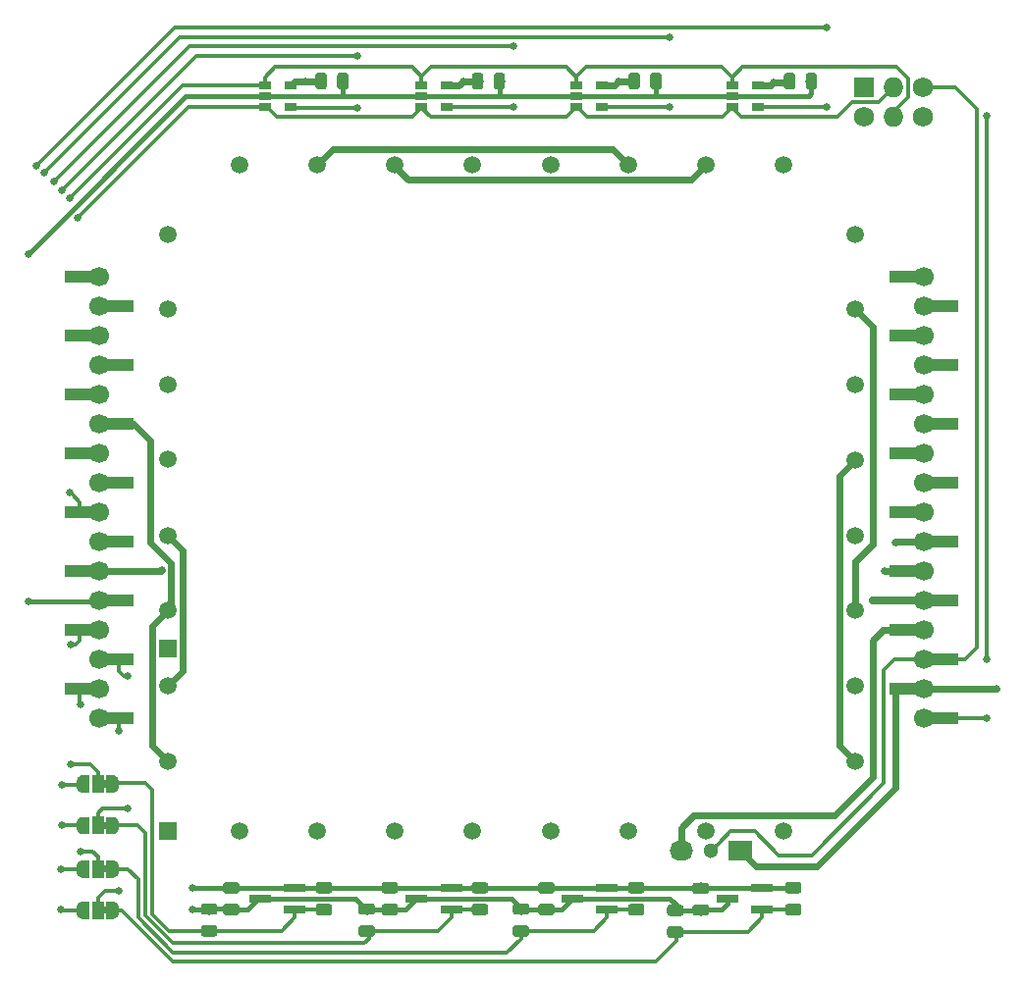
<source format=gbr>
G04 #@! TF.GenerationSoftware,KiCad,Pcbnew,(5.1.2-1)-1*
G04 #@! TF.CreationDate,2020-04-17T06:43:39-05:00*
G04 #@! TF.ProjectId,Interactive Core Memory Badge (Cores) v0.3,496e7465-7261-4637-9469-766520436f72,0.3*
G04 #@! TF.SameCoordinates,Original*
G04 #@! TF.FileFunction,Copper,L2,Bot*
G04 #@! TF.FilePolarity,Positive*
%FSLAX46Y46*%
G04 Gerber Fmt 4.6, Leading zero omitted, Abs format (unit mm)*
G04 Created by KiCad (PCBNEW (5.1.2-1)-1) date 2020-04-17 06:43:39*
%MOMM*%
%LPD*%
G04 APERTURE LIST*
%ADD10C,0.100000*%
%ADD11O,2.030000X1.730000*%
%ADD12C,1.300000*%
%ADD13R,2.030000X1.730000*%
%ADD14C,1.727200*%
%ADD15R,1.727200X1.727200*%
%ADD16O,1.727200X1.727200*%
%ADD17R,1.500000X1.500000*%
%ADD18C,1.500000*%
%ADD19C,0.975000*%
%ADD20R,1.060000X0.650000*%
%ADD21R,1.900000X0.800000*%
%ADD22C,0.500000*%
%ADD23R,1.000000X1.500000*%
%ADD24C,1.700000*%
%ADD25R,2.510000X1.000000*%
%ADD26C,0.635000*%
%ADD27C,0.650000*%
%ADD28C,0.635000*%
%ADD29C,0.600000*%
%ADD30C,0.300000*%
%ADD31C,0.400000*%
G04 APERTURE END LIST*
D10*
G36*
X-34785000Y-35300000D02*
G01*
X-35285000Y-35300000D01*
X-35285000Y-35900000D01*
X-34785000Y-35900000D01*
X-34785000Y-35300000D01*
G37*
G36*
X-34785000Y-24400000D02*
G01*
X-35285000Y-24400000D01*
X-35285000Y-25000000D01*
X-34785000Y-25000000D01*
X-34785000Y-24400000D01*
G37*
G36*
X-34785000Y-28000000D02*
G01*
X-35285000Y-28000000D01*
X-35285000Y-28600000D01*
X-34785000Y-28600000D01*
X-34785000Y-28000000D01*
G37*
G36*
X-34785000Y-31750000D02*
G01*
X-35285000Y-31750000D01*
X-35285000Y-32350000D01*
X-34785000Y-32350000D01*
X-34785000Y-31750000D01*
G37*
D11*
X14670000Y-30500000D03*
D12*
X17210000Y-30500000D03*
D13*
X19750000Y-30500000D03*
D14*
X30385000Y32860000D03*
D15*
X30385000Y35400000D03*
D16*
X32925000Y32860000D03*
X32925000Y35400000D03*
D14*
X35465000Y32860000D03*
X35465000Y35400000D03*
D17*
X-29650000Y-28750000D03*
X-29650000Y-13000000D03*
D18*
X29650000Y16250000D03*
X29650000Y9750000D03*
X29650000Y3250000D03*
X29650000Y-3250000D03*
X29650000Y-9750000D03*
X29650000Y-16250000D03*
X29650000Y-22750000D03*
X23450000Y-28750000D03*
X16750000Y-28750000D03*
X10050000Y-28750000D03*
X3350000Y-28750000D03*
X-3350000Y-28750000D03*
X-10050000Y-28750000D03*
X-16750000Y-28750000D03*
X-23450000Y-28750000D03*
X-29650000Y-22750000D03*
X-29650000Y-16250000D03*
X29650000Y22750000D03*
X23450000Y28750000D03*
X16750000Y28750000D03*
X10050000Y28750000D03*
X3350000Y28750000D03*
X-3350000Y28750000D03*
X-10050000Y28750000D03*
X-16750000Y28750000D03*
X-23450000Y28750000D03*
X-29650000Y22750000D03*
X-29650000Y16250000D03*
X-29650000Y9750000D03*
X-29650000Y3325000D03*
X-29650000Y-3250000D03*
X-29650000Y-9750000D03*
D10*
G36*
X-23704858Y-35051174D02*
G01*
X-23681197Y-35054684D01*
X-23657993Y-35060496D01*
X-23635471Y-35068554D01*
X-23613847Y-35078782D01*
X-23593330Y-35091079D01*
X-23574117Y-35105329D01*
X-23556393Y-35121393D01*
X-23540329Y-35139117D01*
X-23526079Y-35158330D01*
X-23513782Y-35178847D01*
X-23503554Y-35200471D01*
X-23495496Y-35222993D01*
X-23489684Y-35246197D01*
X-23486174Y-35269858D01*
X-23485000Y-35293750D01*
X-23485000Y-35781250D01*
X-23486174Y-35805142D01*
X-23489684Y-35828803D01*
X-23495496Y-35852007D01*
X-23503554Y-35874529D01*
X-23513782Y-35896153D01*
X-23526079Y-35916670D01*
X-23540329Y-35935883D01*
X-23556393Y-35953607D01*
X-23574117Y-35969671D01*
X-23593330Y-35983921D01*
X-23613847Y-35996218D01*
X-23635471Y-36006446D01*
X-23657993Y-36014504D01*
X-23681197Y-36020316D01*
X-23704858Y-36023826D01*
X-23728750Y-36025000D01*
X-24641250Y-36025000D01*
X-24665142Y-36023826D01*
X-24688803Y-36020316D01*
X-24712007Y-36014504D01*
X-24734529Y-36006446D01*
X-24756153Y-35996218D01*
X-24776670Y-35983921D01*
X-24795883Y-35969671D01*
X-24813607Y-35953607D01*
X-24829671Y-35935883D01*
X-24843921Y-35916670D01*
X-24856218Y-35896153D01*
X-24866446Y-35874529D01*
X-24874504Y-35852007D01*
X-24880316Y-35828803D01*
X-24883826Y-35805142D01*
X-24885000Y-35781250D01*
X-24885000Y-35293750D01*
X-24883826Y-35269858D01*
X-24880316Y-35246197D01*
X-24874504Y-35222993D01*
X-24866446Y-35200471D01*
X-24856218Y-35178847D01*
X-24843921Y-35158330D01*
X-24829671Y-35139117D01*
X-24813607Y-35121393D01*
X-24795883Y-35105329D01*
X-24776670Y-35091079D01*
X-24756153Y-35078782D01*
X-24734529Y-35068554D01*
X-24712007Y-35060496D01*
X-24688803Y-35054684D01*
X-24665142Y-35051174D01*
X-24641250Y-35050000D01*
X-23728750Y-35050000D01*
X-23704858Y-35051174D01*
X-23704858Y-35051174D01*
G37*
D19*
X-24185000Y-35537500D03*
D10*
G36*
X-23704858Y-33176174D02*
G01*
X-23681197Y-33179684D01*
X-23657993Y-33185496D01*
X-23635471Y-33193554D01*
X-23613847Y-33203782D01*
X-23593330Y-33216079D01*
X-23574117Y-33230329D01*
X-23556393Y-33246393D01*
X-23540329Y-33264117D01*
X-23526079Y-33283330D01*
X-23513782Y-33303847D01*
X-23503554Y-33325471D01*
X-23495496Y-33347993D01*
X-23489684Y-33371197D01*
X-23486174Y-33394858D01*
X-23485000Y-33418750D01*
X-23485000Y-33906250D01*
X-23486174Y-33930142D01*
X-23489684Y-33953803D01*
X-23495496Y-33977007D01*
X-23503554Y-33999529D01*
X-23513782Y-34021153D01*
X-23526079Y-34041670D01*
X-23540329Y-34060883D01*
X-23556393Y-34078607D01*
X-23574117Y-34094671D01*
X-23593330Y-34108921D01*
X-23613847Y-34121218D01*
X-23635471Y-34131446D01*
X-23657993Y-34139504D01*
X-23681197Y-34145316D01*
X-23704858Y-34148826D01*
X-23728750Y-34150000D01*
X-24641250Y-34150000D01*
X-24665142Y-34148826D01*
X-24688803Y-34145316D01*
X-24712007Y-34139504D01*
X-24734529Y-34131446D01*
X-24756153Y-34121218D01*
X-24776670Y-34108921D01*
X-24795883Y-34094671D01*
X-24813607Y-34078607D01*
X-24829671Y-34060883D01*
X-24843921Y-34041670D01*
X-24856218Y-34021153D01*
X-24866446Y-33999529D01*
X-24874504Y-33977007D01*
X-24880316Y-33953803D01*
X-24883826Y-33930142D01*
X-24885000Y-33906250D01*
X-24885000Y-33418750D01*
X-24883826Y-33394858D01*
X-24880316Y-33371197D01*
X-24874504Y-33347993D01*
X-24866446Y-33325471D01*
X-24856218Y-33303847D01*
X-24843921Y-33283330D01*
X-24829671Y-33264117D01*
X-24813607Y-33246393D01*
X-24795883Y-33230329D01*
X-24776670Y-33216079D01*
X-24756153Y-33203782D01*
X-24734529Y-33193554D01*
X-24712007Y-33185496D01*
X-24688803Y-33179684D01*
X-24665142Y-33176174D01*
X-24641250Y-33175000D01*
X-23728750Y-33175000D01*
X-23704858Y-33176174D01*
X-23704858Y-33176174D01*
G37*
D19*
X-24185000Y-33662500D03*
D10*
G36*
X-25604858Y-35026174D02*
G01*
X-25581197Y-35029684D01*
X-25557993Y-35035496D01*
X-25535471Y-35043554D01*
X-25513847Y-35053782D01*
X-25493330Y-35066079D01*
X-25474117Y-35080329D01*
X-25456393Y-35096393D01*
X-25440329Y-35114117D01*
X-25426079Y-35133330D01*
X-25413782Y-35153847D01*
X-25403554Y-35175471D01*
X-25395496Y-35197993D01*
X-25389684Y-35221197D01*
X-25386174Y-35244858D01*
X-25385000Y-35268750D01*
X-25385000Y-35756250D01*
X-25386174Y-35780142D01*
X-25389684Y-35803803D01*
X-25395496Y-35827007D01*
X-25403554Y-35849529D01*
X-25413782Y-35871153D01*
X-25426079Y-35891670D01*
X-25440329Y-35910883D01*
X-25456393Y-35928607D01*
X-25474117Y-35944671D01*
X-25493330Y-35958921D01*
X-25513847Y-35971218D01*
X-25535471Y-35981446D01*
X-25557993Y-35989504D01*
X-25581197Y-35995316D01*
X-25604858Y-35998826D01*
X-25628750Y-36000000D01*
X-26541250Y-36000000D01*
X-26565142Y-35998826D01*
X-26588803Y-35995316D01*
X-26612007Y-35989504D01*
X-26634529Y-35981446D01*
X-26656153Y-35971218D01*
X-26676670Y-35958921D01*
X-26695883Y-35944671D01*
X-26713607Y-35928607D01*
X-26729671Y-35910883D01*
X-26743921Y-35891670D01*
X-26756218Y-35871153D01*
X-26766446Y-35849529D01*
X-26774504Y-35827007D01*
X-26780316Y-35803803D01*
X-26783826Y-35780142D01*
X-26785000Y-35756250D01*
X-26785000Y-35268750D01*
X-26783826Y-35244858D01*
X-26780316Y-35221197D01*
X-26774504Y-35197993D01*
X-26766446Y-35175471D01*
X-26756218Y-35153847D01*
X-26743921Y-35133330D01*
X-26729671Y-35114117D01*
X-26713607Y-35096393D01*
X-26695883Y-35080329D01*
X-26676670Y-35066079D01*
X-26656153Y-35053782D01*
X-26634529Y-35043554D01*
X-26612007Y-35035496D01*
X-26588803Y-35029684D01*
X-26565142Y-35026174D01*
X-26541250Y-35025000D01*
X-25628750Y-35025000D01*
X-25604858Y-35026174D01*
X-25604858Y-35026174D01*
G37*
D19*
X-26085000Y-35512500D03*
D10*
G36*
X-25604858Y-36901174D02*
G01*
X-25581197Y-36904684D01*
X-25557993Y-36910496D01*
X-25535471Y-36918554D01*
X-25513847Y-36928782D01*
X-25493330Y-36941079D01*
X-25474117Y-36955329D01*
X-25456393Y-36971393D01*
X-25440329Y-36989117D01*
X-25426079Y-37008330D01*
X-25413782Y-37028847D01*
X-25403554Y-37050471D01*
X-25395496Y-37072993D01*
X-25389684Y-37096197D01*
X-25386174Y-37119858D01*
X-25385000Y-37143750D01*
X-25385000Y-37631250D01*
X-25386174Y-37655142D01*
X-25389684Y-37678803D01*
X-25395496Y-37702007D01*
X-25403554Y-37724529D01*
X-25413782Y-37746153D01*
X-25426079Y-37766670D01*
X-25440329Y-37785883D01*
X-25456393Y-37803607D01*
X-25474117Y-37819671D01*
X-25493330Y-37833921D01*
X-25513847Y-37846218D01*
X-25535471Y-37856446D01*
X-25557993Y-37864504D01*
X-25581197Y-37870316D01*
X-25604858Y-37873826D01*
X-25628750Y-37875000D01*
X-26541250Y-37875000D01*
X-26565142Y-37873826D01*
X-26588803Y-37870316D01*
X-26612007Y-37864504D01*
X-26634529Y-37856446D01*
X-26656153Y-37846218D01*
X-26676670Y-37833921D01*
X-26695883Y-37819671D01*
X-26713607Y-37803607D01*
X-26729671Y-37785883D01*
X-26743921Y-37766670D01*
X-26756218Y-37746153D01*
X-26766446Y-37724529D01*
X-26774504Y-37702007D01*
X-26780316Y-37678803D01*
X-26783826Y-37655142D01*
X-26785000Y-37631250D01*
X-26785000Y-37143750D01*
X-26783826Y-37119858D01*
X-26780316Y-37096197D01*
X-26774504Y-37072993D01*
X-26766446Y-37050471D01*
X-26756218Y-37028847D01*
X-26743921Y-37008330D01*
X-26729671Y-36989117D01*
X-26713607Y-36971393D01*
X-26695883Y-36955329D01*
X-26676670Y-36941079D01*
X-26656153Y-36928782D01*
X-26634529Y-36918554D01*
X-26612007Y-36910496D01*
X-26588803Y-36904684D01*
X-26565142Y-36901174D01*
X-26541250Y-36900000D01*
X-25628750Y-36900000D01*
X-25604858Y-36901174D01*
X-25604858Y-36901174D01*
G37*
D19*
X-26085000Y-37387500D03*
D10*
G36*
X-15704858Y-35051174D02*
G01*
X-15681197Y-35054684D01*
X-15657993Y-35060496D01*
X-15635471Y-35068554D01*
X-15613847Y-35078782D01*
X-15593330Y-35091079D01*
X-15574117Y-35105329D01*
X-15556393Y-35121393D01*
X-15540329Y-35139117D01*
X-15526079Y-35158330D01*
X-15513782Y-35178847D01*
X-15503554Y-35200471D01*
X-15495496Y-35222993D01*
X-15489684Y-35246197D01*
X-15486174Y-35269858D01*
X-15485000Y-35293750D01*
X-15485000Y-35781250D01*
X-15486174Y-35805142D01*
X-15489684Y-35828803D01*
X-15495496Y-35852007D01*
X-15503554Y-35874529D01*
X-15513782Y-35896153D01*
X-15526079Y-35916670D01*
X-15540329Y-35935883D01*
X-15556393Y-35953607D01*
X-15574117Y-35969671D01*
X-15593330Y-35983921D01*
X-15613847Y-35996218D01*
X-15635471Y-36006446D01*
X-15657993Y-36014504D01*
X-15681197Y-36020316D01*
X-15704858Y-36023826D01*
X-15728750Y-36025000D01*
X-16641250Y-36025000D01*
X-16665142Y-36023826D01*
X-16688803Y-36020316D01*
X-16712007Y-36014504D01*
X-16734529Y-36006446D01*
X-16756153Y-35996218D01*
X-16776670Y-35983921D01*
X-16795883Y-35969671D01*
X-16813607Y-35953607D01*
X-16829671Y-35935883D01*
X-16843921Y-35916670D01*
X-16856218Y-35896153D01*
X-16866446Y-35874529D01*
X-16874504Y-35852007D01*
X-16880316Y-35828803D01*
X-16883826Y-35805142D01*
X-16885000Y-35781250D01*
X-16885000Y-35293750D01*
X-16883826Y-35269858D01*
X-16880316Y-35246197D01*
X-16874504Y-35222993D01*
X-16866446Y-35200471D01*
X-16856218Y-35178847D01*
X-16843921Y-35158330D01*
X-16829671Y-35139117D01*
X-16813607Y-35121393D01*
X-16795883Y-35105329D01*
X-16776670Y-35091079D01*
X-16756153Y-35078782D01*
X-16734529Y-35068554D01*
X-16712007Y-35060496D01*
X-16688803Y-35054684D01*
X-16665142Y-35051174D01*
X-16641250Y-35050000D01*
X-15728750Y-35050000D01*
X-15704858Y-35051174D01*
X-15704858Y-35051174D01*
G37*
D19*
X-16185000Y-35537500D03*
D10*
G36*
X-15704858Y-33176174D02*
G01*
X-15681197Y-33179684D01*
X-15657993Y-33185496D01*
X-15635471Y-33193554D01*
X-15613847Y-33203782D01*
X-15593330Y-33216079D01*
X-15574117Y-33230329D01*
X-15556393Y-33246393D01*
X-15540329Y-33264117D01*
X-15526079Y-33283330D01*
X-15513782Y-33303847D01*
X-15503554Y-33325471D01*
X-15495496Y-33347993D01*
X-15489684Y-33371197D01*
X-15486174Y-33394858D01*
X-15485000Y-33418750D01*
X-15485000Y-33906250D01*
X-15486174Y-33930142D01*
X-15489684Y-33953803D01*
X-15495496Y-33977007D01*
X-15503554Y-33999529D01*
X-15513782Y-34021153D01*
X-15526079Y-34041670D01*
X-15540329Y-34060883D01*
X-15556393Y-34078607D01*
X-15574117Y-34094671D01*
X-15593330Y-34108921D01*
X-15613847Y-34121218D01*
X-15635471Y-34131446D01*
X-15657993Y-34139504D01*
X-15681197Y-34145316D01*
X-15704858Y-34148826D01*
X-15728750Y-34150000D01*
X-16641250Y-34150000D01*
X-16665142Y-34148826D01*
X-16688803Y-34145316D01*
X-16712007Y-34139504D01*
X-16734529Y-34131446D01*
X-16756153Y-34121218D01*
X-16776670Y-34108921D01*
X-16795883Y-34094671D01*
X-16813607Y-34078607D01*
X-16829671Y-34060883D01*
X-16843921Y-34041670D01*
X-16856218Y-34021153D01*
X-16866446Y-33999529D01*
X-16874504Y-33977007D01*
X-16880316Y-33953803D01*
X-16883826Y-33930142D01*
X-16885000Y-33906250D01*
X-16885000Y-33418750D01*
X-16883826Y-33394858D01*
X-16880316Y-33371197D01*
X-16874504Y-33347993D01*
X-16866446Y-33325471D01*
X-16856218Y-33303847D01*
X-16843921Y-33283330D01*
X-16829671Y-33264117D01*
X-16813607Y-33246393D01*
X-16795883Y-33230329D01*
X-16776670Y-33216079D01*
X-16756153Y-33203782D01*
X-16734529Y-33193554D01*
X-16712007Y-33185496D01*
X-16688803Y-33179684D01*
X-16665142Y-33176174D01*
X-16641250Y-33175000D01*
X-15728750Y-33175000D01*
X-15704858Y-33176174D01*
X-15704858Y-33176174D01*
G37*
D19*
X-16185000Y-33662500D03*
D10*
G36*
X-10004858Y-35051174D02*
G01*
X-9981197Y-35054684D01*
X-9957993Y-35060496D01*
X-9935471Y-35068554D01*
X-9913847Y-35078782D01*
X-9893330Y-35091079D01*
X-9874117Y-35105329D01*
X-9856393Y-35121393D01*
X-9840329Y-35139117D01*
X-9826079Y-35158330D01*
X-9813782Y-35178847D01*
X-9803554Y-35200471D01*
X-9795496Y-35222993D01*
X-9789684Y-35246197D01*
X-9786174Y-35269858D01*
X-9785000Y-35293750D01*
X-9785000Y-35781250D01*
X-9786174Y-35805142D01*
X-9789684Y-35828803D01*
X-9795496Y-35852007D01*
X-9803554Y-35874529D01*
X-9813782Y-35896153D01*
X-9826079Y-35916670D01*
X-9840329Y-35935883D01*
X-9856393Y-35953607D01*
X-9874117Y-35969671D01*
X-9893330Y-35983921D01*
X-9913847Y-35996218D01*
X-9935471Y-36006446D01*
X-9957993Y-36014504D01*
X-9981197Y-36020316D01*
X-10004858Y-36023826D01*
X-10028750Y-36025000D01*
X-10941250Y-36025000D01*
X-10965142Y-36023826D01*
X-10988803Y-36020316D01*
X-11012007Y-36014504D01*
X-11034529Y-36006446D01*
X-11056153Y-35996218D01*
X-11076670Y-35983921D01*
X-11095883Y-35969671D01*
X-11113607Y-35953607D01*
X-11129671Y-35935883D01*
X-11143921Y-35916670D01*
X-11156218Y-35896153D01*
X-11166446Y-35874529D01*
X-11174504Y-35852007D01*
X-11180316Y-35828803D01*
X-11183826Y-35805142D01*
X-11185000Y-35781250D01*
X-11185000Y-35293750D01*
X-11183826Y-35269858D01*
X-11180316Y-35246197D01*
X-11174504Y-35222993D01*
X-11166446Y-35200471D01*
X-11156218Y-35178847D01*
X-11143921Y-35158330D01*
X-11129671Y-35139117D01*
X-11113607Y-35121393D01*
X-11095883Y-35105329D01*
X-11076670Y-35091079D01*
X-11056153Y-35078782D01*
X-11034529Y-35068554D01*
X-11012007Y-35060496D01*
X-10988803Y-35054684D01*
X-10965142Y-35051174D01*
X-10941250Y-35050000D01*
X-10028750Y-35050000D01*
X-10004858Y-35051174D01*
X-10004858Y-35051174D01*
G37*
D19*
X-10485000Y-35537500D03*
D10*
G36*
X-10004858Y-33176174D02*
G01*
X-9981197Y-33179684D01*
X-9957993Y-33185496D01*
X-9935471Y-33193554D01*
X-9913847Y-33203782D01*
X-9893330Y-33216079D01*
X-9874117Y-33230329D01*
X-9856393Y-33246393D01*
X-9840329Y-33264117D01*
X-9826079Y-33283330D01*
X-9813782Y-33303847D01*
X-9803554Y-33325471D01*
X-9795496Y-33347993D01*
X-9789684Y-33371197D01*
X-9786174Y-33394858D01*
X-9785000Y-33418750D01*
X-9785000Y-33906250D01*
X-9786174Y-33930142D01*
X-9789684Y-33953803D01*
X-9795496Y-33977007D01*
X-9803554Y-33999529D01*
X-9813782Y-34021153D01*
X-9826079Y-34041670D01*
X-9840329Y-34060883D01*
X-9856393Y-34078607D01*
X-9874117Y-34094671D01*
X-9893330Y-34108921D01*
X-9913847Y-34121218D01*
X-9935471Y-34131446D01*
X-9957993Y-34139504D01*
X-9981197Y-34145316D01*
X-10004858Y-34148826D01*
X-10028750Y-34150000D01*
X-10941250Y-34150000D01*
X-10965142Y-34148826D01*
X-10988803Y-34145316D01*
X-11012007Y-34139504D01*
X-11034529Y-34131446D01*
X-11056153Y-34121218D01*
X-11076670Y-34108921D01*
X-11095883Y-34094671D01*
X-11113607Y-34078607D01*
X-11129671Y-34060883D01*
X-11143921Y-34041670D01*
X-11156218Y-34021153D01*
X-11166446Y-33999529D01*
X-11174504Y-33977007D01*
X-11180316Y-33953803D01*
X-11183826Y-33930142D01*
X-11185000Y-33906250D01*
X-11185000Y-33418750D01*
X-11183826Y-33394858D01*
X-11180316Y-33371197D01*
X-11174504Y-33347993D01*
X-11166446Y-33325471D01*
X-11156218Y-33303847D01*
X-11143921Y-33283330D01*
X-11129671Y-33264117D01*
X-11113607Y-33246393D01*
X-11095883Y-33230329D01*
X-11076670Y-33216079D01*
X-11056153Y-33203782D01*
X-11034529Y-33193554D01*
X-11012007Y-33185496D01*
X-10988803Y-33179684D01*
X-10965142Y-33176174D01*
X-10941250Y-33175000D01*
X-10028750Y-33175000D01*
X-10004858Y-33176174D01*
X-10004858Y-33176174D01*
G37*
D19*
X-10485000Y-33662500D03*
D10*
G36*
X-12004858Y-35026174D02*
G01*
X-11981197Y-35029684D01*
X-11957993Y-35035496D01*
X-11935471Y-35043554D01*
X-11913847Y-35053782D01*
X-11893330Y-35066079D01*
X-11874117Y-35080329D01*
X-11856393Y-35096393D01*
X-11840329Y-35114117D01*
X-11826079Y-35133330D01*
X-11813782Y-35153847D01*
X-11803554Y-35175471D01*
X-11795496Y-35197993D01*
X-11789684Y-35221197D01*
X-11786174Y-35244858D01*
X-11785000Y-35268750D01*
X-11785000Y-35756250D01*
X-11786174Y-35780142D01*
X-11789684Y-35803803D01*
X-11795496Y-35827007D01*
X-11803554Y-35849529D01*
X-11813782Y-35871153D01*
X-11826079Y-35891670D01*
X-11840329Y-35910883D01*
X-11856393Y-35928607D01*
X-11874117Y-35944671D01*
X-11893330Y-35958921D01*
X-11913847Y-35971218D01*
X-11935471Y-35981446D01*
X-11957993Y-35989504D01*
X-11981197Y-35995316D01*
X-12004858Y-35998826D01*
X-12028750Y-36000000D01*
X-12941250Y-36000000D01*
X-12965142Y-35998826D01*
X-12988803Y-35995316D01*
X-13012007Y-35989504D01*
X-13034529Y-35981446D01*
X-13056153Y-35971218D01*
X-13076670Y-35958921D01*
X-13095883Y-35944671D01*
X-13113607Y-35928607D01*
X-13129671Y-35910883D01*
X-13143921Y-35891670D01*
X-13156218Y-35871153D01*
X-13166446Y-35849529D01*
X-13174504Y-35827007D01*
X-13180316Y-35803803D01*
X-13183826Y-35780142D01*
X-13185000Y-35756250D01*
X-13185000Y-35268750D01*
X-13183826Y-35244858D01*
X-13180316Y-35221197D01*
X-13174504Y-35197993D01*
X-13166446Y-35175471D01*
X-13156218Y-35153847D01*
X-13143921Y-35133330D01*
X-13129671Y-35114117D01*
X-13113607Y-35096393D01*
X-13095883Y-35080329D01*
X-13076670Y-35066079D01*
X-13056153Y-35053782D01*
X-13034529Y-35043554D01*
X-13012007Y-35035496D01*
X-12988803Y-35029684D01*
X-12965142Y-35026174D01*
X-12941250Y-35025000D01*
X-12028750Y-35025000D01*
X-12004858Y-35026174D01*
X-12004858Y-35026174D01*
G37*
D19*
X-12485000Y-35512500D03*
D10*
G36*
X-12004858Y-36901174D02*
G01*
X-11981197Y-36904684D01*
X-11957993Y-36910496D01*
X-11935471Y-36918554D01*
X-11913847Y-36928782D01*
X-11893330Y-36941079D01*
X-11874117Y-36955329D01*
X-11856393Y-36971393D01*
X-11840329Y-36989117D01*
X-11826079Y-37008330D01*
X-11813782Y-37028847D01*
X-11803554Y-37050471D01*
X-11795496Y-37072993D01*
X-11789684Y-37096197D01*
X-11786174Y-37119858D01*
X-11785000Y-37143750D01*
X-11785000Y-37631250D01*
X-11786174Y-37655142D01*
X-11789684Y-37678803D01*
X-11795496Y-37702007D01*
X-11803554Y-37724529D01*
X-11813782Y-37746153D01*
X-11826079Y-37766670D01*
X-11840329Y-37785883D01*
X-11856393Y-37803607D01*
X-11874117Y-37819671D01*
X-11893330Y-37833921D01*
X-11913847Y-37846218D01*
X-11935471Y-37856446D01*
X-11957993Y-37864504D01*
X-11981197Y-37870316D01*
X-12004858Y-37873826D01*
X-12028750Y-37875000D01*
X-12941250Y-37875000D01*
X-12965142Y-37873826D01*
X-12988803Y-37870316D01*
X-13012007Y-37864504D01*
X-13034529Y-37856446D01*
X-13056153Y-37846218D01*
X-13076670Y-37833921D01*
X-13095883Y-37819671D01*
X-13113607Y-37803607D01*
X-13129671Y-37785883D01*
X-13143921Y-37766670D01*
X-13156218Y-37746153D01*
X-13166446Y-37724529D01*
X-13174504Y-37702007D01*
X-13180316Y-37678803D01*
X-13183826Y-37655142D01*
X-13185000Y-37631250D01*
X-13185000Y-37143750D01*
X-13183826Y-37119858D01*
X-13180316Y-37096197D01*
X-13174504Y-37072993D01*
X-13166446Y-37050471D01*
X-13156218Y-37028847D01*
X-13143921Y-37008330D01*
X-13129671Y-36989117D01*
X-13113607Y-36971393D01*
X-13095883Y-36955329D01*
X-13076670Y-36941079D01*
X-13056153Y-36928782D01*
X-13034529Y-36918554D01*
X-13012007Y-36910496D01*
X-12988803Y-36904684D01*
X-12965142Y-36901174D01*
X-12941250Y-36900000D01*
X-12028750Y-36900000D01*
X-12004858Y-36901174D01*
X-12004858Y-36901174D01*
G37*
D19*
X-12485000Y-37387500D03*
D10*
G36*
X3495142Y-35051174D02*
G01*
X3518803Y-35054684D01*
X3542007Y-35060496D01*
X3564529Y-35068554D01*
X3586153Y-35078782D01*
X3606670Y-35091079D01*
X3625883Y-35105329D01*
X3643607Y-35121393D01*
X3659671Y-35139117D01*
X3673921Y-35158330D01*
X3686218Y-35178847D01*
X3696446Y-35200471D01*
X3704504Y-35222993D01*
X3710316Y-35246197D01*
X3713826Y-35269858D01*
X3715000Y-35293750D01*
X3715000Y-35781250D01*
X3713826Y-35805142D01*
X3710316Y-35828803D01*
X3704504Y-35852007D01*
X3696446Y-35874529D01*
X3686218Y-35896153D01*
X3673921Y-35916670D01*
X3659671Y-35935883D01*
X3643607Y-35953607D01*
X3625883Y-35969671D01*
X3606670Y-35983921D01*
X3586153Y-35996218D01*
X3564529Y-36006446D01*
X3542007Y-36014504D01*
X3518803Y-36020316D01*
X3495142Y-36023826D01*
X3471250Y-36025000D01*
X2558750Y-36025000D01*
X2534858Y-36023826D01*
X2511197Y-36020316D01*
X2487993Y-36014504D01*
X2465471Y-36006446D01*
X2443847Y-35996218D01*
X2423330Y-35983921D01*
X2404117Y-35969671D01*
X2386393Y-35953607D01*
X2370329Y-35935883D01*
X2356079Y-35916670D01*
X2343782Y-35896153D01*
X2333554Y-35874529D01*
X2325496Y-35852007D01*
X2319684Y-35828803D01*
X2316174Y-35805142D01*
X2315000Y-35781250D01*
X2315000Y-35293750D01*
X2316174Y-35269858D01*
X2319684Y-35246197D01*
X2325496Y-35222993D01*
X2333554Y-35200471D01*
X2343782Y-35178847D01*
X2356079Y-35158330D01*
X2370329Y-35139117D01*
X2386393Y-35121393D01*
X2404117Y-35105329D01*
X2423330Y-35091079D01*
X2443847Y-35078782D01*
X2465471Y-35068554D01*
X2487993Y-35060496D01*
X2511197Y-35054684D01*
X2534858Y-35051174D01*
X2558750Y-35050000D01*
X3471250Y-35050000D01*
X3495142Y-35051174D01*
X3495142Y-35051174D01*
G37*
D19*
X3015000Y-35537500D03*
D10*
G36*
X3495142Y-33176174D02*
G01*
X3518803Y-33179684D01*
X3542007Y-33185496D01*
X3564529Y-33193554D01*
X3586153Y-33203782D01*
X3606670Y-33216079D01*
X3625883Y-33230329D01*
X3643607Y-33246393D01*
X3659671Y-33264117D01*
X3673921Y-33283330D01*
X3686218Y-33303847D01*
X3696446Y-33325471D01*
X3704504Y-33347993D01*
X3710316Y-33371197D01*
X3713826Y-33394858D01*
X3715000Y-33418750D01*
X3715000Y-33906250D01*
X3713826Y-33930142D01*
X3710316Y-33953803D01*
X3704504Y-33977007D01*
X3696446Y-33999529D01*
X3686218Y-34021153D01*
X3673921Y-34041670D01*
X3659671Y-34060883D01*
X3643607Y-34078607D01*
X3625883Y-34094671D01*
X3606670Y-34108921D01*
X3586153Y-34121218D01*
X3564529Y-34131446D01*
X3542007Y-34139504D01*
X3518803Y-34145316D01*
X3495142Y-34148826D01*
X3471250Y-34150000D01*
X2558750Y-34150000D01*
X2534858Y-34148826D01*
X2511197Y-34145316D01*
X2487993Y-34139504D01*
X2465471Y-34131446D01*
X2443847Y-34121218D01*
X2423330Y-34108921D01*
X2404117Y-34094671D01*
X2386393Y-34078607D01*
X2370329Y-34060883D01*
X2356079Y-34041670D01*
X2343782Y-34021153D01*
X2333554Y-33999529D01*
X2325496Y-33977007D01*
X2319684Y-33953803D01*
X2316174Y-33930142D01*
X2315000Y-33906250D01*
X2315000Y-33418750D01*
X2316174Y-33394858D01*
X2319684Y-33371197D01*
X2325496Y-33347993D01*
X2333554Y-33325471D01*
X2343782Y-33303847D01*
X2356079Y-33283330D01*
X2370329Y-33264117D01*
X2386393Y-33246393D01*
X2404117Y-33230329D01*
X2423330Y-33216079D01*
X2443847Y-33203782D01*
X2465471Y-33193554D01*
X2487993Y-33185496D01*
X2511197Y-33179684D01*
X2534858Y-33176174D01*
X2558750Y-33175000D01*
X3471250Y-33175000D01*
X3495142Y-33176174D01*
X3495142Y-33176174D01*
G37*
D19*
X3015000Y-33662500D03*
D10*
G36*
X1295142Y-35026174D02*
G01*
X1318803Y-35029684D01*
X1342007Y-35035496D01*
X1364529Y-35043554D01*
X1386153Y-35053782D01*
X1406670Y-35066079D01*
X1425883Y-35080329D01*
X1443607Y-35096393D01*
X1459671Y-35114117D01*
X1473921Y-35133330D01*
X1486218Y-35153847D01*
X1496446Y-35175471D01*
X1504504Y-35197993D01*
X1510316Y-35221197D01*
X1513826Y-35244858D01*
X1515000Y-35268750D01*
X1515000Y-35756250D01*
X1513826Y-35780142D01*
X1510316Y-35803803D01*
X1504504Y-35827007D01*
X1496446Y-35849529D01*
X1486218Y-35871153D01*
X1473921Y-35891670D01*
X1459671Y-35910883D01*
X1443607Y-35928607D01*
X1425883Y-35944671D01*
X1406670Y-35958921D01*
X1386153Y-35971218D01*
X1364529Y-35981446D01*
X1342007Y-35989504D01*
X1318803Y-35995316D01*
X1295142Y-35998826D01*
X1271250Y-36000000D01*
X358750Y-36000000D01*
X334858Y-35998826D01*
X311197Y-35995316D01*
X287993Y-35989504D01*
X265471Y-35981446D01*
X243847Y-35971218D01*
X223330Y-35958921D01*
X204117Y-35944671D01*
X186393Y-35928607D01*
X170329Y-35910883D01*
X156079Y-35891670D01*
X143782Y-35871153D01*
X133554Y-35849529D01*
X125496Y-35827007D01*
X119684Y-35803803D01*
X116174Y-35780142D01*
X115000Y-35756250D01*
X115000Y-35268750D01*
X116174Y-35244858D01*
X119684Y-35221197D01*
X125496Y-35197993D01*
X133554Y-35175471D01*
X143782Y-35153847D01*
X156079Y-35133330D01*
X170329Y-35114117D01*
X186393Y-35096393D01*
X204117Y-35080329D01*
X223330Y-35066079D01*
X243847Y-35053782D01*
X265471Y-35043554D01*
X287993Y-35035496D01*
X311197Y-35029684D01*
X334858Y-35026174D01*
X358750Y-35025000D01*
X1271250Y-35025000D01*
X1295142Y-35026174D01*
X1295142Y-35026174D01*
G37*
D19*
X815000Y-35512500D03*
D10*
G36*
X1295142Y-36901174D02*
G01*
X1318803Y-36904684D01*
X1342007Y-36910496D01*
X1364529Y-36918554D01*
X1386153Y-36928782D01*
X1406670Y-36941079D01*
X1425883Y-36955329D01*
X1443607Y-36971393D01*
X1459671Y-36989117D01*
X1473921Y-37008330D01*
X1486218Y-37028847D01*
X1496446Y-37050471D01*
X1504504Y-37072993D01*
X1510316Y-37096197D01*
X1513826Y-37119858D01*
X1515000Y-37143750D01*
X1515000Y-37631250D01*
X1513826Y-37655142D01*
X1510316Y-37678803D01*
X1504504Y-37702007D01*
X1496446Y-37724529D01*
X1486218Y-37746153D01*
X1473921Y-37766670D01*
X1459671Y-37785883D01*
X1443607Y-37803607D01*
X1425883Y-37819671D01*
X1406670Y-37833921D01*
X1386153Y-37846218D01*
X1364529Y-37856446D01*
X1342007Y-37864504D01*
X1318803Y-37870316D01*
X1295142Y-37873826D01*
X1271250Y-37875000D01*
X358750Y-37875000D01*
X334858Y-37873826D01*
X311197Y-37870316D01*
X287993Y-37864504D01*
X265471Y-37856446D01*
X243847Y-37846218D01*
X223330Y-37833921D01*
X204117Y-37819671D01*
X186393Y-37803607D01*
X170329Y-37785883D01*
X156079Y-37766670D01*
X143782Y-37746153D01*
X133554Y-37724529D01*
X125496Y-37702007D01*
X119684Y-37678803D01*
X116174Y-37655142D01*
X115000Y-37631250D01*
X115000Y-37143750D01*
X116174Y-37119858D01*
X119684Y-37096197D01*
X125496Y-37072993D01*
X133554Y-37050471D01*
X143782Y-37028847D01*
X156079Y-37008330D01*
X170329Y-36989117D01*
X186393Y-36971393D01*
X204117Y-36955329D01*
X223330Y-36941079D01*
X243847Y-36928782D01*
X265471Y-36918554D01*
X287993Y-36910496D01*
X311197Y-36904684D01*
X334858Y-36901174D01*
X358750Y-36900000D01*
X1271250Y-36900000D01*
X1295142Y-36901174D01*
X1295142Y-36901174D01*
G37*
D19*
X815000Y-37387500D03*
D10*
G36*
X16795142Y-35101174D02*
G01*
X16818803Y-35104684D01*
X16842007Y-35110496D01*
X16864529Y-35118554D01*
X16886153Y-35128782D01*
X16906670Y-35141079D01*
X16925883Y-35155329D01*
X16943607Y-35171393D01*
X16959671Y-35189117D01*
X16973921Y-35208330D01*
X16986218Y-35228847D01*
X16996446Y-35250471D01*
X17004504Y-35272993D01*
X17010316Y-35296197D01*
X17013826Y-35319858D01*
X17015000Y-35343750D01*
X17015000Y-35831250D01*
X17013826Y-35855142D01*
X17010316Y-35878803D01*
X17004504Y-35902007D01*
X16996446Y-35924529D01*
X16986218Y-35946153D01*
X16973921Y-35966670D01*
X16959671Y-35985883D01*
X16943607Y-36003607D01*
X16925883Y-36019671D01*
X16906670Y-36033921D01*
X16886153Y-36046218D01*
X16864529Y-36056446D01*
X16842007Y-36064504D01*
X16818803Y-36070316D01*
X16795142Y-36073826D01*
X16771250Y-36075000D01*
X15858750Y-36075000D01*
X15834858Y-36073826D01*
X15811197Y-36070316D01*
X15787993Y-36064504D01*
X15765471Y-36056446D01*
X15743847Y-36046218D01*
X15723330Y-36033921D01*
X15704117Y-36019671D01*
X15686393Y-36003607D01*
X15670329Y-35985883D01*
X15656079Y-35966670D01*
X15643782Y-35946153D01*
X15633554Y-35924529D01*
X15625496Y-35902007D01*
X15619684Y-35878803D01*
X15616174Y-35855142D01*
X15615000Y-35831250D01*
X15615000Y-35343750D01*
X15616174Y-35319858D01*
X15619684Y-35296197D01*
X15625496Y-35272993D01*
X15633554Y-35250471D01*
X15643782Y-35228847D01*
X15656079Y-35208330D01*
X15670329Y-35189117D01*
X15686393Y-35171393D01*
X15704117Y-35155329D01*
X15723330Y-35141079D01*
X15743847Y-35128782D01*
X15765471Y-35118554D01*
X15787993Y-35110496D01*
X15811197Y-35104684D01*
X15834858Y-35101174D01*
X15858750Y-35100000D01*
X16771250Y-35100000D01*
X16795142Y-35101174D01*
X16795142Y-35101174D01*
G37*
D19*
X16315000Y-35587500D03*
D10*
G36*
X16795142Y-33226174D02*
G01*
X16818803Y-33229684D01*
X16842007Y-33235496D01*
X16864529Y-33243554D01*
X16886153Y-33253782D01*
X16906670Y-33266079D01*
X16925883Y-33280329D01*
X16943607Y-33296393D01*
X16959671Y-33314117D01*
X16973921Y-33333330D01*
X16986218Y-33353847D01*
X16996446Y-33375471D01*
X17004504Y-33397993D01*
X17010316Y-33421197D01*
X17013826Y-33444858D01*
X17015000Y-33468750D01*
X17015000Y-33956250D01*
X17013826Y-33980142D01*
X17010316Y-34003803D01*
X17004504Y-34027007D01*
X16996446Y-34049529D01*
X16986218Y-34071153D01*
X16973921Y-34091670D01*
X16959671Y-34110883D01*
X16943607Y-34128607D01*
X16925883Y-34144671D01*
X16906670Y-34158921D01*
X16886153Y-34171218D01*
X16864529Y-34181446D01*
X16842007Y-34189504D01*
X16818803Y-34195316D01*
X16795142Y-34198826D01*
X16771250Y-34200000D01*
X15858750Y-34200000D01*
X15834858Y-34198826D01*
X15811197Y-34195316D01*
X15787993Y-34189504D01*
X15765471Y-34181446D01*
X15743847Y-34171218D01*
X15723330Y-34158921D01*
X15704117Y-34144671D01*
X15686393Y-34128607D01*
X15670329Y-34110883D01*
X15656079Y-34091670D01*
X15643782Y-34071153D01*
X15633554Y-34049529D01*
X15625496Y-34027007D01*
X15619684Y-34003803D01*
X15616174Y-33980142D01*
X15615000Y-33956250D01*
X15615000Y-33468750D01*
X15616174Y-33444858D01*
X15619684Y-33421197D01*
X15625496Y-33397993D01*
X15633554Y-33375471D01*
X15643782Y-33353847D01*
X15656079Y-33333330D01*
X15670329Y-33314117D01*
X15686393Y-33296393D01*
X15704117Y-33280329D01*
X15723330Y-33266079D01*
X15743847Y-33253782D01*
X15765471Y-33243554D01*
X15787993Y-33235496D01*
X15811197Y-33229684D01*
X15834858Y-33226174D01*
X15858750Y-33225000D01*
X16771250Y-33225000D01*
X16795142Y-33226174D01*
X16795142Y-33226174D01*
G37*
D19*
X16315000Y-33712500D03*
D10*
G36*
X14595142Y-35126174D02*
G01*
X14618803Y-35129684D01*
X14642007Y-35135496D01*
X14664529Y-35143554D01*
X14686153Y-35153782D01*
X14706670Y-35166079D01*
X14725883Y-35180329D01*
X14743607Y-35196393D01*
X14759671Y-35214117D01*
X14773921Y-35233330D01*
X14786218Y-35253847D01*
X14796446Y-35275471D01*
X14804504Y-35297993D01*
X14810316Y-35321197D01*
X14813826Y-35344858D01*
X14815000Y-35368750D01*
X14815000Y-35856250D01*
X14813826Y-35880142D01*
X14810316Y-35903803D01*
X14804504Y-35927007D01*
X14796446Y-35949529D01*
X14786218Y-35971153D01*
X14773921Y-35991670D01*
X14759671Y-36010883D01*
X14743607Y-36028607D01*
X14725883Y-36044671D01*
X14706670Y-36058921D01*
X14686153Y-36071218D01*
X14664529Y-36081446D01*
X14642007Y-36089504D01*
X14618803Y-36095316D01*
X14595142Y-36098826D01*
X14571250Y-36100000D01*
X13658750Y-36100000D01*
X13634858Y-36098826D01*
X13611197Y-36095316D01*
X13587993Y-36089504D01*
X13565471Y-36081446D01*
X13543847Y-36071218D01*
X13523330Y-36058921D01*
X13504117Y-36044671D01*
X13486393Y-36028607D01*
X13470329Y-36010883D01*
X13456079Y-35991670D01*
X13443782Y-35971153D01*
X13433554Y-35949529D01*
X13425496Y-35927007D01*
X13419684Y-35903803D01*
X13416174Y-35880142D01*
X13415000Y-35856250D01*
X13415000Y-35368750D01*
X13416174Y-35344858D01*
X13419684Y-35321197D01*
X13425496Y-35297993D01*
X13433554Y-35275471D01*
X13443782Y-35253847D01*
X13456079Y-35233330D01*
X13470329Y-35214117D01*
X13486393Y-35196393D01*
X13504117Y-35180329D01*
X13523330Y-35166079D01*
X13543847Y-35153782D01*
X13565471Y-35143554D01*
X13587993Y-35135496D01*
X13611197Y-35129684D01*
X13634858Y-35126174D01*
X13658750Y-35125000D01*
X14571250Y-35125000D01*
X14595142Y-35126174D01*
X14595142Y-35126174D01*
G37*
D19*
X14115000Y-35612500D03*
D10*
G36*
X14595142Y-37001174D02*
G01*
X14618803Y-37004684D01*
X14642007Y-37010496D01*
X14664529Y-37018554D01*
X14686153Y-37028782D01*
X14706670Y-37041079D01*
X14725883Y-37055329D01*
X14743607Y-37071393D01*
X14759671Y-37089117D01*
X14773921Y-37108330D01*
X14786218Y-37128847D01*
X14796446Y-37150471D01*
X14804504Y-37172993D01*
X14810316Y-37196197D01*
X14813826Y-37219858D01*
X14815000Y-37243750D01*
X14815000Y-37731250D01*
X14813826Y-37755142D01*
X14810316Y-37778803D01*
X14804504Y-37802007D01*
X14796446Y-37824529D01*
X14786218Y-37846153D01*
X14773921Y-37866670D01*
X14759671Y-37885883D01*
X14743607Y-37903607D01*
X14725883Y-37919671D01*
X14706670Y-37933921D01*
X14686153Y-37946218D01*
X14664529Y-37956446D01*
X14642007Y-37964504D01*
X14618803Y-37970316D01*
X14595142Y-37973826D01*
X14571250Y-37975000D01*
X13658750Y-37975000D01*
X13634858Y-37973826D01*
X13611197Y-37970316D01*
X13587993Y-37964504D01*
X13565471Y-37956446D01*
X13543847Y-37946218D01*
X13523330Y-37933921D01*
X13504117Y-37919671D01*
X13486393Y-37903607D01*
X13470329Y-37885883D01*
X13456079Y-37866670D01*
X13443782Y-37846153D01*
X13433554Y-37824529D01*
X13425496Y-37802007D01*
X13419684Y-37778803D01*
X13416174Y-37755142D01*
X13415000Y-37731250D01*
X13415000Y-37243750D01*
X13416174Y-37219858D01*
X13419684Y-37196197D01*
X13425496Y-37172993D01*
X13433554Y-37150471D01*
X13443782Y-37128847D01*
X13456079Y-37108330D01*
X13470329Y-37089117D01*
X13486393Y-37071393D01*
X13504117Y-37055329D01*
X13523330Y-37041079D01*
X13543847Y-37028782D01*
X13565471Y-37018554D01*
X13587993Y-37010496D01*
X13611197Y-37004684D01*
X13634858Y-37001174D01*
X13658750Y-37000000D01*
X14571250Y-37000000D01*
X14595142Y-37001174D01*
X14595142Y-37001174D01*
G37*
D19*
X14115000Y-37487500D03*
D10*
G36*
X-2254858Y-35051174D02*
G01*
X-2231197Y-35054684D01*
X-2207993Y-35060496D01*
X-2185471Y-35068554D01*
X-2163847Y-35078782D01*
X-2143330Y-35091079D01*
X-2124117Y-35105329D01*
X-2106393Y-35121393D01*
X-2090329Y-35139117D01*
X-2076079Y-35158330D01*
X-2063782Y-35178847D01*
X-2053554Y-35200471D01*
X-2045496Y-35222993D01*
X-2039684Y-35246197D01*
X-2036174Y-35269858D01*
X-2035000Y-35293750D01*
X-2035000Y-35781250D01*
X-2036174Y-35805142D01*
X-2039684Y-35828803D01*
X-2045496Y-35852007D01*
X-2053554Y-35874529D01*
X-2063782Y-35896153D01*
X-2076079Y-35916670D01*
X-2090329Y-35935883D01*
X-2106393Y-35953607D01*
X-2124117Y-35969671D01*
X-2143330Y-35983921D01*
X-2163847Y-35996218D01*
X-2185471Y-36006446D01*
X-2207993Y-36014504D01*
X-2231197Y-36020316D01*
X-2254858Y-36023826D01*
X-2278750Y-36025000D01*
X-3191250Y-36025000D01*
X-3215142Y-36023826D01*
X-3238803Y-36020316D01*
X-3262007Y-36014504D01*
X-3284529Y-36006446D01*
X-3306153Y-35996218D01*
X-3326670Y-35983921D01*
X-3345883Y-35969671D01*
X-3363607Y-35953607D01*
X-3379671Y-35935883D01*
X-3393921Y-35916670D01*
X-3406218Y-35896153D01*
X-3416446Y-35874529D01*
X-3424504Y-35852007D01*
X-3430316Y-35828803D01*
X-3433826Y-35805142D01*
X-3435000Y-35781250D01*
X-3435000Y-35293750D01*
X-3433826Y-35269858D01*
X-3430316Y-35246197D01*
X-3424504Y-35222993D01*
X-3416446Y-35200471D01*
X-3406218Y-35178847D01*
X-3393921Y-35158330D01*
X-3379671Y-35139117D01*
X-3363607Y-35121393D01*
X-3345883Y-35105329D01*
X-3326670Y-35091079D01*
X-3306153Y-35078782D01*
X-3284529Y-35068554D01*
X-3262007Y-35060496D01*
X-3238803Y-35054684D01*
X-3215142Y-35051174D01*
X-3191250Y-35050000D01*
X-2278750Y-35050000D01*
X-2254858Y-35051174D01*
X-2254858Y-35051174D01*
G37*
D19*
X-2735000Y-35537500D03*
D10*
G36*
X-2254858Y-33176174D02*
G01*
X-2231197Y-33179684D01*
X-2207993Y-33185496D01*
X-2185471Y-33193554D01*
X-2163847Y-33203782D01*
X-2143330Y-33216079D01*
X-2124117Y-33230329D01*
X-2106393Y-33246393D01*
X-2090329Y-33264117D01*
X-2076079Y-33283330D01*
X-2063782Y-33303847D01*
X-2053554Y-33325471D01*
X-2045496Y-33347993D01*
X-2039684Y-33371197D01*
X-2036174Y-33394858D01*
X-2035000Y-33418750D01*
X-2035000Y-33906250D01*
X-2036174Y-33930142D01*
X-2039684Y-33953803D01*
X-2045496Y-33977007D01*
X-2053554Y-33999529D01*
X-2063782Y-34021153D01*
X-2076079Y-34041670D01*
X-2090329Y-34060883D01*
X-2106393Y-34078607D01*
X-2124117Y-34094671D01*
X-2143330Y-34108921D01*
X-2163847Y-34121218D01*
X-2185471Y-34131446D01*
X-2207993Y-34139504D01*
X-2231197Y-34145316D01*
X-2254858Y-34148826D01*
X-2278750Y-34150000D01*
X-3191250Y-34150000D01*
X-3215142Y-34148826D01*
X-3238803Y-34145316D01*
X-3262007Y-34139504D01*
X-3284529Y-34131446D01*
X-3306153Y-34121218D01*
X-3326670Y-34108921D01*
X-3345883Y-34094671D01*
X-3363607Y-34078607D01*
X-3379671Y-34060883D01*
X-3393921Y-34041670D01*
X-3406218Y-34021153D01*
X-3416446Y-33999529D01*
X-3424504Y-33977007D01*
X-3430316Y-33953803D01*
X-3433826Y-33930142D01*
X-3435000Y-33906250D01*
X-3435000Y-33418750D01*
X-3433826Y-33394858D01*
X-3430316Y-33371197D01*
X-3424504Y-33347993D01*
X-3416446Y-33325471D01*
X-3406218Y-33303847D01*
X-3393921Y-33283330D01*
X-3379671Y-33264117D01*
X-3363607Y-33246393D01*
X-3345883Y-33230329D01*
X-3326670Y-33216079D01*
X-3306153Y-33203782D01*
X-3284529Y-33193554D01*
X-3262007Y-33185496D01*
X-3238803Y-33179684D01*
X-3215142Y-33176174D01*
X-3191250Y-33175000D01*
X-2278750Y-33175000D01*
X-2254858Y-33176174D01*
X-2254858Y-33176174D01*
G37*
D19*
X-2735000Y-33662500D03*
D10*
G36*
X11245142Y-35051174D02*
G01*
X11268803Y-35054684D01*
X11292007Y-35060496D01*
X11314529Y-35068554D01*
X11336153Y-35078782D01*
X11356670Y-35091079D01*
X11375883Y-35105329D01*
X11393607Y-35121393D01*
X11409671Y-35139117D01*
X11423921Y-35158330D01*
X11436218Y-35178847D01*
X11446446Y-35200471D01*
X11454504Y-35222993D01*
X11460316Y-35246197D01*
X11463826Y-35269858D01*
X11465000Y-35293750D01*
X11465000Y-35781250D01*
X11463826Y-35805142D01*
X11460316Y-35828803D01*
X11454504Y-35852007D01*
X11446446Y-35874529D01*
X11436218Y-35896153D01*
X11423921Y-35916670D01*
X11409671Y-35935883D01*
X11393607Y-35953607D01*
X11375883Y-35969671D01*
X11356670Y-35983921D01*
X11336153Y-35996218D01*
X11314529Y-36006446D01*
X11292007Y-36014504D01*
X11268803Y-36020316D01*
X11245142Y-36023826D01*
X11221250Y-36025000D01*
X10308750Y-36025000D01*
X10284858Y-36023826D01*
X10261197Y-36020316D01*
X10237993Y-36014504D01*
X10215471Y-36006446D01*
X10193847Y-35996218D01*
X10173330Y-35983921D01*
X10154117Y-35969671D01*
X10136393Y-35953607D01*
X10120329Y-35935883D01*
X10106079Y-35916670D01*
X10093782Y-35896153D01*
X10083554Y-35874529D01*
X10075496Y-35852007D01*
X10069684Y-35828803D01*
X10066174Y-35805142D01*
X10065000Y-35781250D01*
X10065000Y-35293750D01*
X10066174Y-35269858D01*
X10069684Y-35246197D01*
X10075496Y-35222993D01*
X10083554Y-35200471D01*
X10093782Y-35178847D01*
X10106079Y-35158330D01*
X10120329Y-35139117D01*
X10136393Y-35121393D01*
X10154117Y-35105329D01*
X10173330Y-35091079D01*
X10193847Y-35078782D01*
X10215471Y-35068554D01*
X10237993Y-35060496D01*
X10261197Y-35054684D01*
X10284858Y-35051174D01*
X10308750Y-35050000D01*
X11221250Y-35050000D01*
X11245142Y-35051174D01*
X11245142Y-35051174D01*
G37*
D19*
X10765000Y-35537500D03*
D10*
G36*
X11245142Y-33176174D02*
G01*
X11268803Y-33179684D01*
X11292007Y-33185496D01*
X11314529Y-33193554D01*
X11336153Y-33203782D01*
X11356670Y-33216079D01*
X11375883Y-33230329D01*
X11393607Y-33246393D01*
X11409671Y-33264117D01*
X11423921Y-33283330D01*
X11436218Y-33303847D01*
X11446446Y-33325471D01*
X11454504Y-33347993D01*
X11460316Y-33371197D01*
X11463826Y-33394858D01*
X11465000Y-33418750D01*
X11465000Y-33906250D01*
X11463826Y-33930142D01*
X11460316Y-33953803D01*
X11454504Y-33977007D01*
X11446446Y-33999529D01*
X11436218Y-34021153D01*
X11423921Y-34041670D01*
X11409671Y-34060883D01*
X11393607Y-34078607D01*
X11375883Y-34094671D01*
X11356670Y-34108921D01*
X11336153Y-34121218D01*
X11314529Y-34131446D01*
X11292007Y-34139504D01*
X11268803Y-34145316D01*
X11245142Y-34148826D01*
X11221250Y-34150000D01*
X10308750Y-34150000D01*
X10284858Y-34148826D01*
X10261197Y-34145316D01*
X10237993Y-34139504D01*
X10215471Y-34131446D01*
X10193847Y-34121218D01*
X10173330Y-34108921D01*
X10154117Y-34094671D01*
X10136393Y-34078607D01*
X10120329Y-34060883D01*
X10106079Y-34041670D01*
X10093782Y-34021153D01*
X10083554Y-33999529D01*
X10075496Y-33977007D01*
X10069684Y-33953803D01*
X10066174Y-33930142D01*
X10065000Y-33906250D01*
X10065000Y-33418750D01*
X10066174Y-33394858D01*
X10069684Y-33371197D01*
X10075496Y-33347993D01*
X10083554Y-33325471D01*
X10093782Y-33303847D01*
X10106079Y-33283330D01*
X10120329Y-33264117D01*
X10136393Y-33246393D01*
X10154117Y-33230329D01*
X10173330Y-33216079D01*
X10193847Y-33203782D01*
X10215471Y-33193554D01*
X10237993Y-33185496D01*
X10261197Y-33179684D01*
X10284858Y-33176174D01*
X10308750Y-33175000D01*
X11221250Y-33175000D01*
X11245142Y-33176174D01*
X11245142Y-33176174D01*
G37*
D19*
X10765000Y-33662500D03*
D10*
G36*
X24795142Y-35051174D02*
G01*
X24818803Y-35054684D01*
X24842007Y-35060496D01*
X24864529Y-35068554D01*
X24886153Y-35078782D01*
X24906670Y-35091079D01*
X24925883Y-35105329D01*
X24943607Y-35121393D01*
X24959671Y-35139117D01*
X24973921Y-35158330D01*
X24986218Y-35178847D01*
X24996446Y-35200471D01*
X25004504Y-35222993D01*
X25010316Y-35246197D01*
X25013826Y-35269858D01*
X25015000Y-35293750D01*
X25015000Y-35781250D01*
X25013826Y-35805142D01*
X25010316Y-35828803D01*
X25004504Y-35852007D01*
X24996446Y-35874529D01*
X24986218Y-35896153D01*
X24973921Y-35916670D01*
X24959671Y-35935883D01*
X24943607Y-35953607D01*
X24925883Y-35969671D01*
X24906670Y-35983921D01*
X24886153Y-35996218D01*
X24864529Y-36006446D01*
X24842007Y-36014504D01*
X24818803Y-36020316D01*
X24795142Y-36023826D01*
X24771250Y-36025000D01*
X23858750Y-36025000D01*
X23834858Y-36023826D01*
X23811197Y-36020316D01*
X23787993Y-36014504D01*
X23765471Y-36006446D01*
X23743847Y-35996218D01*
X23723330Y-35983921D01*
X23704117Y-35969671D01*
X23686393Y-35953607D01*
X23670329Y-35935883D01*
X23656079Y-35916670D01*
X23643782Y-35896153D01*
X23633554Y-35874529D01*
X23625496Y-35852007D01*
X23619684Y-35828803D01*
X23616174Y-35805142D01*
X23615000Y-35781250D01*
X23615000Y-35293750D01*
X23616174Y-35269858D01*
X23619684Y-35246197D01*
X23625496Y-35222993D01*
X23633554Y-35200471D01*
X23643782Y-35178847D01*
X23656079Y-35158330D01*
X23670329Y-35139117D01*
X23686393Y-35121393D01*
X23704117Y-35105329D01*
X23723330Y-35091079D01*
X23743847Y-35078782D01*
X23765471Y-35068554D01*
X23787993Y-35060496D01*
X23811197Y-35054684D01*
X23834858Y-35051174D01*
X23858750Y-35050000D01*
X24771250Y-35050000D01*
X24795142Y-35051174D01*
X24795142Y-35051174D01*
G37*
D19*
X24315000Y-35537500D03*
D10*
G36*
X24795142Y-33176174D02*
G01*
X24818803Y-33179684D01*
X24842007Y-33185496D01*
X24864529Y-33193554D01*
X24886153Y-33203782D01*
X24906670Y-33216079D01*
X24925883Y-33230329D01*
X24943607Y-33246393D01*
X24959671Y-33264117D01*
X24973921Y-33283330D01*
X24986218Y-33303847D01*
X24996446Y-33325471D01*
X25004504Y-33347993D01*
X25010316Y-33371197D01*
X25013826Y-33394858D01*
X25015000Y-33418750D01*
X25015000Y-33906250D01*
X25013826Y-33930142D01*
X25010316Y-33953803D01*
X25004504Y-33977007D01*
X24996446Y-33999529D01*
X24986218Y-34021153D01*
X24973921Y-34041670D01*
X24959671Y-34060883D01*
X24943607Y-34078607D01*
X24925883Y-34094671D01*
X24906670Y-34108921D01*
X24886153Y-34121218D01*
X24864529Y-34131446D01*
X24842007Y-34139504D01*
X24818803Y-34145316D01*
X24795142Y-34148826D01*
X24771250Y-34150000D01*
X23858750Y-34150000D01*
X23834858Y-34148826D01*
X23811197Y-34145316D01*
X23787993Y-34139504D01*
X23765471Y-34131446D01*
X23743847Y-34121218D01*
X23723330Y-34108921D01*
X23704117Y-34094671D01*
X23686393Y-34078607D01*
X23670329Y-34060883D01*
X23656079Y-34041670D01*
X23643782Y-34021153D01*
X23633554Y-33999529D01*
X23625496Y-33977007D01*
X23619684Y-33953803D01*
X23616174Y-33930142D01*
X23615000Y-33906250D01*
X23615000Y-33418750D01*
X23616174Y-33394858D01*
X23619684Y-33371197D01*
X23625496Y-33347993D01*
X23633554Y-33325471D01*
X23643782Y-33303847D01*
X23656079Y-33283330D01*
X23670329Y-33264117D01*
X23686393Y-33246393D01*
X23704117Y-33230329D01*
X23723330Y-33216079D01*
X23743847Y-33203782D01*
X23765471Y-33193554D01*
X23787993Y-33185496D01*
X23811197Y-33179684D01*
X23834858Y-33176174D01*
X23858750Y-33175000D01*
X24771250Y-33175000D01*
X24795142Y-33176174D01*
X24795142Y-33176174D01*
G37*
D19*
X24315000Y-33662500D03*
D20*
X-19085000Y33700000D03*
X-19085000Y35600000D03*
X-21285000Y35600000D03*
X-21285000Y34650000D03*
X-21285000Y33700000D03*
X-5585000Y33700000D03*
X-5585000Y35600000D03*
X-7785000Y35600000D03*
X-7785000Y34650000D03*
X-7785000Y33700000D03*
X7815000Y33700000D03*
X7815000Y35600000D03*
X5615000Y35600000D03*
X5615000Y34650000D03*
X5615000Y33700000D03*
X21215000Y33700000D03*
X21215000Y35600000D03*
X19015000Y35600000D03*
X19015000Y34650000D03*
X19015000Y33700000D03*
D10*
G36*
X-14279858Y36648826D02*
G01*
X-14256197Y36645316D01*
X-14232993Y36639504D01*
X-14210471Y36631446D01*
X-14188847Y36621218D01*
X-14168330Y36608921D01*
X-14149117Y36594671D01*
X-14131393Y36578607D01*
X-14115329Y36560883D01*
X-14101079Y36541670D01*
X-14088782Y36521153D01*
X-14078554Y36499529D01*
X-14070496Y36477007D01*
X-14064684Y36453803D01*
X-14061174Y36430142D01*
X-14060000Y36406250D01*
X-14060000Y35493750D01*
X-14061174Y35469858D01*
X-14064684Y35446197D01*
X-14070496Y35422993D01*
X-14078554Y35400471D01*
X-14088782Y35378847D01*
X-14101079Y35358330D01*
X-14115329Y35339117D01*
X-14131393Y35321393D01*
X-14149117Y35305329D01*
X-14168330Y35291079D01*
X-14188847Y35278782D01*
X-14210471Y35268554D01*
X-14232993Y35260496D01*
X-14256197Y35254684D01*
X-14279858Y35251174D01*
X-14303750Y35250000D01*
X-14791250Y35250000D01*
X-14815142Y35251174D01*
X-14838803Y35254684D01*
X-14862007Y35260496D01*
X-14884529Y35268554D01*
X-14906153Y35278782D01*
X-14926670Y35291079D01*
X-14945883Y35305329D01*
X-14963607Y35321393D01*
X-14979671Y35339117D01*
X-14993921Y35358330D01*
X-15006218Y35378847D01*
X-15016446Y35400471D01*
X-15024504Y35422993D01*
X-15030316Y35446197D01*
X-15033826Y35469858D01*
X-15035000Y35493750D01*
X-15035000Y36406250D01*
X-15033826Y36430142D01*
X-15030316Y36453803D01*
X-15024504Y36477007D01*
X-15016446Y36499529D01*
X-15006218Y36521153D01*
X-14993921Y36541670D01*
X-14979671Y36560883D01*
X-14963607Y36578607D01*
X-14945883Y36594671D01*
X-14926670Y36608921D01*
X-14906153Y36621218D01*
X-14884529Y36631446D01*
X-14862007Y36639504D01*
X-14838803Y36645316D01*
X-14815142Y36648826D01*
X-14791250Y36650000D01*
X-14303750Y36650000D01*
X-14279858Y36648826D01*
X-14279858Y36648826D01*
G37*
D19*
X-14547500Y35950000D03*
D10*
G36*
X-16154858Y36648826D02*
G01*
X-16131197Y36645316D01*
X-16107993Y36639504D01*
X-16085471Y36631446D01*
X-16063847Y36621218D01*
X-16043330Y36608921D01*
X-16024117Y36594671D01*
X-16006393Y36578607D01*
X-15990329Y36560883D01*
X-15976079Y36541670D01*
X-15963782Y36521153D01*
X-15953554Y36499529D01*
X-15945496Y36477007D01*
X-15939684Y36453803D01*
X-15936174Y36430142D01*
X-15935000Y36406250D01*
X-15935000Y35493750D01*
X-15936174Y35469858D01*
X-15939684Y35446197D01*
X-15945496Y35422993D01*
X-15953554Y35400471D01*
X-15963782Y35378847D01*
X-15976079Y35358330D01*
X-15990329Y35339117D01*
X-16006393Y35321393D01*
X-16024117Y35305329D01*
X-16043330Y35291079D01*
X-16063847Y35278782D01*
X-16085471Y35268554D01*
X-16107993Y35260496D01*
X-16131197Y35254684D01*
X-16154858Y35251174D01*
X-16178750Y35250000D01*
X-16666250Y35250000D01*
X-16690142Y35251174D01*
X-16713803Y35254684D01*
X-16737007Y35260496D01*
X-16759529Y35268554D01*
X-16781153Y35278782D01*
X-16801670Y35291079D01*
X-16820883Y35305329D01*
X-16838607Y35321393D01*
X-16854671Y35339117D01*
X-16868921Y35358330D01*
X-16881218Y35378847D01*
X-16891446Y35400471D01*
X-16899504Y35422993D01*
X-16905316Y35446197D01*
X-16908826Y35469858D01*
X-16910000Y35493750D01*
X-16910000Y36406250D01*
X-16908826Y36430142D01*
X-16905316Y36453803D01*
X-16899504Y36477007D01*
X-16891446Y36499529D01*
X-16881218Y36521153D01*
X-16868921Y36541670D01*
X-16854671Y36560883D01*
X-16838607Y36578607D01*
X-16820883Y36594671D01*
X-16801670Y36608921D01*
X-16781153Y36621218D01*
X-16759529Y36631446D01*
X-16737007Y36639504D01*
X-16713803Y36645316D01*
X-16690142Y36648826D01*
X-16666250Y36650000D01*
X-16178750Y36650000D01*
X-16154858Y36648826D01*
X-16154858Y36648826D01*
G37*
D19*
X-16422500Y35950000D03*
D10*
G36*
X-779858Y36648826D02*
G01*
X-756197Y36645316D01*
X-732993Y36639504D01*
X-710471Y36631446D01*
X-688847Y36621218D01*
X-668330Y36608921D01*
X-649117Y36594671D01*
X-631393Y36578607D01*
X-615329Y36560883D01*
X-601079Y36541670D01*
X-588782Y36521153D01*
X-578554Y36499529D01*
X-570496Y36477007D01*
X-564684Y36453803D01*
X-561174Y36430142D01*
X-560000Y36406250D01*
X-560000Y35493750D01*
X-561174Y35469858D01*
X-564684Y35446197D01*
X-570496Y35422993D01*
X-578554Y35400471D01*
X-588782Y35378847D01*
X-601079Y35358330D01*
X-615329Y35339117D01*
X-631393Y35321393D01*
X-649117Y35305329D01*
X-668330Y35291079D01*
X-688847Y35278782D01*
X-710471Y35268554D01*
X-732993Y35260496D01*
X-756197Y35254684D01*
X-779858Y35251174D01*
X-803750Y35250000D01*
X-1291250Y35250000D01*
X-1315142Y35251174D01*
X-1338803Y35254684D01*
X-1362007Y35260496D01*
X-1384529Y35268554D01*
X-1406153Y35278782D01*
X-1426670Y35291079D01*
X-1445883Y35305329D01*
X-1463607Y35321393D01*
X-1479671Y35339117D01*
X-1493921Y35358330D01*
X-1506218Y35378847D01*
X-1516446Y35400471D01*
X-1524504Y35422993D01*
X-1530316Y35446197D01*
X-1533826Y35469858D01*
X-1535000Y35493750D01*
X-1535000Y36406250D01*
X-1533826Y36430142D01*
X-1530316Y36453803D01*
X-1524504Y36477007D01*
X-1516446Y36499529D01*
X-1506218Y36521153D01*
X-1493921Y36541670D01*
X-1479671Y36560883D01*
X-1463607Y36578607D01*
X-1445883Y36594671D01*
X-1426670Y36608921D01*
X-1406153Y36621218D01*
X-1384529Y36631446D01*
X-1362007Y36639504D01*
X-1338803Y36645316D01*
X-1315142Y36648826D01*
X-1291250Y36650000D01*
X-803750Y36650000D01*
X-779858Y36648826D01*
X-779858Y36648826D01*
G37*
D19*
X-1047500Y35950000D03*
D10*
G36*
X-2654858Y36648826D02*
G01*
X-2631197Y36645316D01*
X-2607993Y36639504D01*
X-2585471Y36631446D01*
X-2563847Y36621218D01*
X-2543330Y36608921D01*
X-2524117Y36594671D01*
X-2506393Y36578607D01*
X-2490329Y36560883D01*
X-2476079Y36541670D01*
X-2463782Y36521153D01*
X-2453554Y36499529D01*
X-2445496Y36477007D01*
X-2439684Y36453803D01*
X-2436174Y36430142D01*
X-2435000Y36406250D01*
X-2435000Y35493750D01*
X-2436174Y35469858D01*
X-2439684Y35446197D01*
X-2445496Y35422993D01*
X-2453554Y35400471D01*
X-2463782Y35378847D01*
X-2476079Y35358330D01*
X-2490329Y35339117D01*
X-2506393Y35321393D01*
X-2524117Y35305329D01*
X-2543330Y35291079D01*
X-2563847Y35278782D01*
X-2585471Y35268554D01*
X-2607993Y35260496D01*
X-2631197Y35254684D01*
X-2654858Y35251174D01*
X-2678750Y35250000D01*
X-3166250Y35250000D01*
X-3190142Y35251174D01*
X-3213803Y35254684D01*
X-3237007Y35260496D01*
X-3259529Y35268554D01*
X-3281153Y35278782D01*
X-3301670Y35291079D01*
X-3320883Y35305329D01*
X-3338607Y35321393D01*
X-3354671Y35339117D01*
X-3368921Y35358330D01*
X-3381218Y35378847D01*
X-3391446Y35400471D01*
X-3399504Y35422993D01*
X-3405316Y35446197D01*
X-3408826Y35469858D01*
X-3410000Y35493750D01*
X-3410000Y36406250D01*
X-3408826Y36430142D01*
X-3405316Y36453803D01*
X-3399504Y36477007D01*
X-3391446Y36499529D01*
X-3381218Y36521153D01*
X-3368921Y36541670D01*
X-3354671Y36560883D01*
X-3338607Y36578607D01*
X-3320883Y36594671D01*
X-3301670Y36608921D01*
X-3281153Y36621218D01*
X-3259529Y36631446D01*
X-3237007Y36639504D01*
X-3213803Y36645316D01*
X-3190142Y36648826D01*
X-3166250Y36650000D01*
X-2678750Y36650000D01*
X-2654858Y36648826D01*
X-2654858Y36648826D01*
G37*
D19*
X-2922500Y35950000D03*
D10*
G36*
X12720142Y36648826D02*
G01*
X12743803Y36645316D01*
X12767007Y36639504D01*
X12789529Y36631446D01*
X12811153Y36621218D01*
X12831670Y36608921D01*
X12850883Y36594671D01*
X12868607Y36578607D01*
X12884671Y36560883D01*
X12898921Y36541670D01*
X12911218Y36521153D01*
X12921446Y36499529D01*
X12929504Y36477007D01*
X12935316Y36453803D01*
X12938826Y36430142D01*
X12940000Y36406250D01*
X12940000Y35493750D01*
X12938826Y35469858D01*
X12935316Y35446197D01*
X12929504Y35422993D01*
X12921446Y35400471D01*
X12911218Y35378847D01*
X12898921Y35358330D01*
X12884671Y35339117D01*
X12868607Y35321393D01*
X12850883Y35305329D01*
X12831670Y35291079D01*
X12811153Y35278782D01*
X12789529Y35268554D01*
X12767007Y35260496D01*
X12743803Y35254684D01*
X12720142Y35251174D01*
X12696250Y35250000D01*
X12208750Y35250000D01*
X12184858Y35251174D01*
X12161197Y35254684D01*
X12137993Y35260496D01*
X12115471Y35268554D01*
X12093847Y35278782D01*
X12073330Y35291079D01*
X12054117Y35305329D01*
X12036393Y35321393D01*
X12020329Y35339117D01*
X12006079Y35358330D01*
X11993782Y35378847D01*
X11983554Y35400471D01*
X11975496Y35422993D01*
X11969684Y35446197D01*
X11966174Y35469858D01*
X11965000Y35493750D01*
X11965000Y36406250D01*
X11966174Y36430142D01*
X11969684Y36453803D01*
X11975496Y36477007D01*
X11983554Y36499529D01*
X11993782Y36521153D01*
X12006079Y36541670D01*
X12020329Y36560883D01*
X12036393Y36578607D01*
X12054117Y36594671D01*
X12073330Y36608921D01*
X12093847Y36621218D01*
X12115471Y36631446D01*
X12137993Y36639504D01*
X12161197Y36645316D01*
X12184858Y36648826D01*
X12208750Y36650000D01*
X12696250Y36650000D01*
X12720142Y36648826D01*
X12720142Y36648826D01*
G37*
D19*
X12452500Y35950000D03*
D10*
G36*
X10845142Y36648826D02*
G01*
X10868803Y36645316D01*
X10892007Y36639504D01*
X10914529Y36631446D01*
X10936153Y36621218D01*
X10956670Y36608921D01*
X10975883Y36594671D01*
X10993607Y36578607D01*
X11009671Y36560883D01*
X11023921Y36541670D01*
X11036218Y36521153D01*
X11046446Y36499529D01*
X11054504Y36477007D01*
X11060316Y36453803D01*
X11063826Y36430142D01*
X11065000Y36406250D01*
X11065000Y35493750D01*
X11063826Y35469858D01*
X11060316Y35446197D01*
X11054504Y35422993D01*
X11046446Y35400471D01*
X11036218Y35378847D01*
X11023921Y35358330D01*
X11009671Y35339117D01*
X10993607Y35321393D01*
X10975883Y35305329D01*
X10956670Y35291079D01*
X10936153Y35278782D01*
X10914529Y35268554D01*
X10892007Y35260496D01*
X10868803Y35254684D01*
X10845142Y35251174D01*
X10821250Y35250000D01*
X10333750Y35250000D01*
X10309858Y35251174D01*
X10286197Y35254684D01*
X10262993Y35260496D01*
X10240471Y35268554D01*
X10218847Y35278782D01*
X10198330Y35291079D01*
X10179117Y35305329D01*
X10161393Y35321393D01*
X10145329Y35339117D01*
X10131079Y35358330D01*
X10118782Y35378847D01*
X10108554Y35400471D01*
X10100496Y35422993D01*
X10094684Y35446197D01*
X10091174Y35469858D01*
X10090000Y35493750D01*
X10090000Y36406250D01*
X10091174Y36430142D01*
X10094684Y36453803D01*
X10100496Y36477007D01*
X10108554Y36499529D01*
X10118782Y36521153D01*
X10131079Y36541670D01*
X10145329Y36560883D01*
X10161393Y36578607D01*
X10179117Y36594671D01*
X10198330Y36608921D01*
X10218847Y36621218D01*
X10240471Y36631446D01*
X10262993Y36639504D01*
X10286197Y36645316D01*
X10309858Y36648826D01*
X10333750Y36650000D01*
X10821250Y36650000D01*
X10845142Y36648826D01*
X10845142Y36648826D01*
G37*
D19*
X10577500Y35950000D03*
D10*
G36*
X26120142Y36648826D02*
G01*
X26143803Y36645316D01*
X26167007Y36639504D01*
X26189529Y36631446D01*
X26211153Y36621218D01*
X26231670Y36608921D01*
X26250883Y36594671D01*
X26268607Y36578607D01*
X26284671Y36560883D01*
X26298921Y36541670D01*
X26311218Y36521153D01*
X26321446Y36499529D01*
X26329504Y36477007D01*
X26335316Y36453803D01*
X26338826Y36430142D01*
X26340000Y36406250D01*
X26340000Y35493750D01*
X26338826Y35469858D01*
X26335316Y35446197D01*
X26329504Y35422993D01*
X26321446Y35400471D01*
X26311218Y35378847D01*
X26298921Y35358330D01*
X26284671Y35339117D01*
X26268607Y35321393D01*
X26250883Y35305329D01*
X26231670Y35291079D01*
X26211153Y35278782D01*
X26189529Y35268554D01*
X26167007Y35260496D01*
X26143803Y35254684D01*
X26120142Y35251174D01*
X26096250Y35250000D01*
X25608750Y35250000D01*
X25584858Y35251174D01*
X25561197Y35254684D01*
X25537993Y35260496D01*
X25515471Y35268554D01*
X25493847Y35278782D01*
X25473330Y35291079D01*
X25454117Y35305329D01*
X25436393Y35321393D01*
X25420329Y35339117D01*
X25406079Y35358330D01*
X25393782Y35378847D01*
X25383554Y35400471D01*
X25375496Y35422993D01*
X25369684Y35446197D01*
X25366174Y35469858D01*
X25365000Y35493750D01*
X25365000Y36406250D01*
X25366174Y36430142D01*
X25369684Y36453803D01*
X25375496Y36477007D01*
X25383554Y36499529D01*
X25393782Y36521153D01*
X25406079Y36541670D01*
X25420329Y36560883D01*
X25436393Y36578607D01*
X25454117Y36594671D01*
X25473330Y36608921D01*
X25493847Y36621218D01*
X25515471Y36631446D01*
X25537993Y36639504D01*
X25561197Y36645316D01*
X25584858Y36648826D01*
X25608750Y36650000D01*
X26096250Y36650000D01*
X26120142Y36648826D01*
X26120142Y36648826D01*
G37*
D19*
X25852500Y35950000D03*
D10*
G36*
X24245142Y36648826D02*
G01*
X24268803Y36645316D01*
X24292007Y36639504D01*
X24314529Y36631446D01*
X24336153Y36621218D01*
X24356670Y36608921D01*
X24375883Y36594671D01*
X24393607Y36578607D01*
X24409671Y36560883D01*
X24423921Y36541670D01*
X24436218Y36521153D01*
X24446446Y36499529D01*
X24454504Y36477007D01*
X24460316Y36453803D01*
X24463826Y36430142D01*
X24465000Y36406250D01*
X24465000Y35493750D01*
X24463826Y35469858D01*
X24460316Y35446197D01*
X24454504Y35422993D01*
X24446446Y35400471D01*
X24436218Y35378847D01*
X24423921Y35358330D01*
X24409671Y35339117D01*
X24393607Y35321393D01*
X24375883Y35305329D01*
X24356670Y35291079D01*
X24336153Y35278782D01*
X24314529Y35268554D01*
X24292007Y35260496D01*
X24268803Y35254684D01*
X24245142Y35251174D01*
X24221250Y35250000D01*
X23733750Y35250000D01*
X23709858Y35251174D01*
X23686197Y35254684D01*
X23662993Y35260496D01*
X23640471Y35268554D01*
X23618847Y35278782D01*
X23598330Y35291079D01*
X23579117Y35305329D01*
X23561393Y35321393D01*
X23545329Y35339117D01*
X23531079Y35358330D01*
X23518782Y35378847D01*
X23508554Y35400471D01*
X23500496Y35422993D01*
X23494684Y35446197D01*
X23491174Y35469858D01*
X23490000Y35493750D01*
X23490000Y36406250D01*
X23491174Y36430142D01*
X23494684Y36453803D01*
X23500496Y36477007D01*
X23508554Y36499529D01*
X23518782Y36521153D01*
X23531079Y36541670D01*
X23545329Y36560883D01*
X23561393Y36578607D01*
X23579117Y36594671D01*
X23598330Y36608921D01*
X23618847Y36621218D01*
X23640471Y36631446D01*
X23662993Y36639504D01*
X23686197Y36645316D01*
X23709858Y36648826D01*
X23733750Y36650000D01*
X24221250Y36650000D01*
X24245142Y36648826D01*
X24245142Y36648826D01*
G37*
D19*
X23977500Y35950000D03*
D21*
X-21700000Y-34600000D03*
X-18700000Y-35550000D03*
X-18700000Y-33650000D03*
X-8185000Y-34600000D03*
X-5185000Y-35550000D03*
X-5185000Y-33650000D03*
D22*
X-34385000Y-35600000D03*
D10*
G36*
X-34935000Y-34850000D02*
G01*
X-34385000Y-34850000D01*
X-34385000Y-34850602D01*
X-34360466Y-34850602D01*
X-34311635Y-34855412D01*
X-34263510Y-34864984D01*
X-34216555Y-34879228D01*
X-34171222Y-34898005D01*
X-34127949Y-34921136D01*
X-34087150Y-34948396D01*
X-34049221Y-34979524D01*
X-34014524Y-35014221D01*
X-33983396Y-35052150D01*
X-33956136Y-35092949D01*
X-33933005Y-35136222D01*
X-33914228Y-35181555D01*
X-33899984Y-35228510D01*
X-33890412Y-35276635D01*
X-33885602Y-35325466D01*
X-33885602Y-35350000D01*
X-33885000Y-35350000D01*
X-33885000Y-35850000D01*
X-33885602Y-35850000D01*
X-33885602Y-35874534D01*
X-33890412Y-35923365D01*
X-33899984Y-35971490D01*
X-33914228Y-36018445D01*
X-33933005Y-36063778D01*
X-33956136Y-36107051D01*
X-33983396Y-36147850D01*
X-34014524Y-36185779D01*
X-34049221Y-36220476D01*
X-34087150Y-36251604D01*
X-34127949Y-36278864D01*
X-34171222Y-36301995D01*
X-34216555Y-36320772D01*
X-34263510Y-36335016D01*
X-34311635Y-36344588D01*
X-34360466Y-36349398D01*
X-34385000Y-36349398D01*
X-34385000Y-36350000D01*
X-34935000Y-36350000D01*
X-34935000Y-34850000D01*
X-34935000Y-34850000D01*
G37*
D23*
X-35685000Y-35600000D03*
D22*
X-36985000Y-35600000D03*
D10*
G36*
X-36985000Y-36349398D02*
G01*
X-37009534Y-36349398D01*
X-37058365Y-36344588D01*
X-37106490Y-36335016D01*
X-37153445Y-36320772D01*
X-37198778Y-36301995D01*
X-37242051Y-36278864D01*
X-37282850Y-36251604D01*
X-37320779Y-36220476D01*
X-37355476Y-36185779D01*
X-37386604Y-36147850D01*
X-37413864Y-36107051D01*
X-37436995Y-36063778D01*
X-37455772Y-36018445D01*
X-37470016Y-35971490D01*
X-37479588Y-35923365D01*
X-37484398Y-35874534D01*
X-37484398Y-35850000D01*
X-37485000Y-35850000D01*
X-37485000Y-35350000D01*
X-37484398Y-35350000D01*
X-37484398Y-35325466D01*
X-37479588Y-35276635D01*
X-37470016Y-35228510D01*
X-37455772Y-35181555D01*
X-37436995Y-35136222D01*
X-37413864Y-35092949D01*
X-37386604Y-35052150D01*
X-37355476Y-35014221D01*
X-37320779Y-34979524D01*
X-37282850Y-34948396D01*
X-37242051Y-34921136D01*
X-37198778Y-34898005D01*
X-37153445Y-34879228D01*
X-37106490Y-34864984D01*
X-37058365Y-34855412D01*
X-37009534Y-34850602D01*
X-36985000Y-34850602D01*
X-36985000Y-34850000D01*
X-36435000Y-34850000D01*
X-36435000Y-36350000D01*
X-36985000Y-36350000D01*
X-36985000Y-36349398D01*
X-36985000Y-36349398D01*
G37*
D21*
X5215000Y-34600000D03*
X8215000Y-35550000D03*
X8215000Y-33650000D03*
X18615000Y-34600000D03*
X21615000Y-35550000D03*
X21615000Y-33650000D03*
D22*
X-34385000Y-24700000D03*
D10*
G36*
X-34935000Y-23950000D02*
G01*
X-34385000Y-23950000D01*
X-34385000Y-23950602D01*
X-34360466Y-23950602D01*
X-34311635Y-23955412D01*
X-34263510Y-23964984D01*
X-34216555Y-23979228D01*
X-34171222Y-23998005D01*
X-34127949Y-24021136D01*
X-34087150Y-24048396D01*
X-34049221Y-24079524D01*
X-34014524Y-24114221D01*
X-33983396Y-24152150D01*
X-33956136Y-24192949D01*
X-33933005Y-24236222D01*
X-33914228Y-24281555D01*
X-33899984Y-24328510D01*
X-33890412Y-24376635D01*
X-33885602Y-24425466D01*
X-33885602Y-24450000D01*
X-33885000Y-24450000D01*
X-33885000Y-24950000D01*
X-33885602Y-24950000D01*
X-33885602Y-24974534D01*
X-33890412Y-25023365D01*
X-33899984Y-25071490D01*
X-33914228Y-25118445D01*
X-33933005Y-25163778D01*
X-33956136Y-25207051D01*
X-33983396Y-25247850D01*
X-34014524Y-25285779D01*
X-34049221Y-25320476D01*
X-34087150Y-25351604D01*
X-34127949Y-25378864D01*
X-34171222Y-25401995D01*
X-34216555Y-25420772D01*
X-34263510Y-25435016D01*
X-34311635Y-25444588D01*
X-34360466Y-25449398D01*
X-34385000Y-25449398D01*
X-34385000Y-25450000D01*
X-34935000Y-25450000D01*
X-34935000Y-23950000D01*
X-34935000Y-23950000D01*
G37*
D23*
X-35685000Y-24700000D03*
D22*
X-36985000Y-24700000D03*
D10*
G36*
X-36985000Y-25449398D02*
G01*
X-37009534Y-25449398D01*
X-37058365Y-25444588D01*
X-37106490Y-25435016D01*
X-37153445Y-25420772D01*
X-37198778Y-25401995D01*
X-37242051Y-25378864D01*
X-37282850Y-25351604D01*
X-37320779Y-25320476D01*
X-37355476Y-25285779D01*
X-37386604Y-25247850D01*
X-37413864Y-25207051D01*
X-37436995Y-25163778D01*
X-37455772Y-25118445D01*
X-37470016Y-25071490D01*
X-37479588Y-25023365D01*
X-37484398Y-24974534D01*
X-37484398Y-24950000D01*
X-37485000Y-24950000D01*
X-37485000Y-24450000D01*
X-37484398Y-24450000D01*
X-37484398Y-24425466D01*
X-37479588Y-24376635D01*
X-37470016Y-24328510D01*
X-37455772Y-24281555D01*
X-37436995Y-24236222D01*
X-37413864Y-24192949D01*
X-37386604Y-24152150D01*
X-37355476Y-24114221D01*
X-37320779Y-24079524D01*
X-37282850Y-24048396D01*
X-37242051Y-24021136D01*
X-37198778Y-23998005D01*
X-37153445Y-23979228D01*
X-37106490Y-23964984D01*
X-37058365Y-23955412D01*
X-37009534Y-23950602D01*
X-36985000Y-23950602D01*
X-36985000Y-23950000D01*
X-36435000Y-23950000D01*
X-36435000Y-25450000D01*
X-36985000Y-25450000D01*
X-36985000Y-25449398D01*
X-36985000Y-25449398D01*
G37*
D22*
X-34385000Y-28300000D03*
D10*
G36*
X-34935000Y-27550000D02*
G01*
X-34385000Y-27550000D01*
X-34385000Y-27550602D01*
X-34360466Y-27550602D01*
X-34311635Y-27555412D01*
X-34263510Y-27564984D01*
X-34216555Y-27579228D01*
X-34171222Y-27598005D01*
X-34127949Y-27621136D01*
X-34087150Y-27648396D01*
X-34049221Y-27679524D01*
X-34014524Y-27714221D01*
X-33983396Y-27752150D01*
X-33956136Y-27792949D01*
X-33933005Y-27836222D01*
X-33914228Y-27881555D01*
X-33899984Y-27928510D01*
X-33890412Y-27976635D01*
X-33885602Y-28025466D01*
X-33885602Y-28050000D01*
X-33885000Y-28050000D01*
X-33885000Y-28550000D01*
X-33885602Y-28550000D01*
X-33885602Y-28574534D01*
X-33890412Y-28623365D01*
X-33899984Y-28671490D01*
X-33914228Y-28718445D01*
X-33933005Y-28763778D01*
X-33956136Y-28807051D01*
X-33983396Y-28847850D01*
X-34014524Y-28885779D01*
X-34049221Y-28920476D01*
X-34087150Y-28951604D01*
X-34127949Y-28978864D01*
X-34171222Y-29001995D01*
X-34216555Y-29020772D01*
X-34263510Y-29035016D01*
X-34311635Y-29044588D01*
X-34360466Y-29049398D01*
X-34385000Y-29049398D01*
X-34385000Y-29050000D01*
X-34935000Y-29050000D01*
X-34935000Y-27550000D01*
X-34935000Y-27550000D01*
G37*
D23*
X-35685000Y-28300000D03*
D22*
X-36985000Y-28300000D03*
D10*
G36*
X-36985000Y-29049398D02*
G01*
X-37009534Y-29049398D01*
X-37058365Y-29044588D01*
X-37106490Y-29035016D01*
X-37153445Y-29020772D01*
X-37198778Y-29001995D01*
X-37242051Y-28978864D01*
X-37282850Y-28951604D01*
X-37320779Y-28920476D01*
X-37355476Y-28885779D01*
X-37386604Y-28847850D01*
X-37413864Y-28807051D01*
X-37436995Y-28763778D01*
X-37455772Y-28718445D01*
X-37470016Y-28671490D01*
X-37479588Y-28623365D01*
X-37484398Y-28574534D01*
X-37484398Y-28550000D01*
X-37485000Y-28550000D01*
X-37485000Y-28050000D01*
X-37484398Y-28050000D01*
X-37484398Y-28025466D01*
X-37479588Y-27976635D01*
X-37470016Y-27928510D01*
X-37455772Y-27881555D01*
X-37436995Y-27836222D01*
X-37413864Y-27792949D01*
X-37386604Y-27752150D01*
X-37355476Y-27714221D01*
X-37320779Y-27679524D01*
X-37282850Y-27648396D01*
X-37242051Y-27621136D01*
X-37198778Y-27598005D01*
X-37153445Y-27579228D01*
X-37106490Y-27564984D01*
X-37058365Y-27555412D01*
X-37009534Y-27550602D01*
X-36985000Y-27550602D01*
X-36985000Y-27550000D01*
X-36435000Y-27550000D01*
X-36435000Y-29050000D01*
X-36985000Y-29050000D01*
X-36985000Y-29049398D01*
X-36985000Y-29049398D01*
G37*
D22*
X-34385000Y-32050000D03*
D10*
G36*
X-34935000Y-31300000D02*
G01*
X-34385000Y-31300000D01*
X-34385000Y-31300602D01*
X-34360466Y-31300602D01*
X-34311635Y-31305412D01*
X-34263510Y-31314984D01*
X-34216555Y-31329228D01*
X-34171222Y-31348005D01*
X-34127949Y-31371136D01*
X-34087150Y-31398396D01*
X-34049221Y-31429524D01*
X-34014524Y-31464221D01*
X-33983396Y-31502150D01*
X-33956136Y-31542949D01*
X-33933005Y-31586222D01*
X-33914228Y-31631555D01*
X-33899984Y-31678510D01*
X-33890412Y-31726635D01*
X-33885602Y-31775466D01*
X-33885602Y-31800000D01*
X-33885000Y-31800000D01*
X-33885000Y-32300000D01*
X-33885602Y-32300000D01*
X-33885602Y-32324534D01*
X-33890412Y-32373365D01*
X-33899984Y-32421490D01*
X-33914228Y-32468445D01*
X-33933005Y-32513778D01*
X-33956136Y-32557051D01*
X-33983396Y-32597850D01*
X-34014524Y-32635779D01*
X-34049221Y-32670476D01*
X-34087150Y-32701604D01*
X-34127949Y-32728864D01*
X-34171222Y-32751995D01*
X-34216555Y-32770772D01*
X-34263510Y-32785016D01*
X-34311635Y-32794588D01*
X-34360466Y-32799398D01*
X-34385000Y-32799398D01*
X-34385000Y-32800000D01*
X-34935000Y-32800000D01*
X-34935000Y-31300000D01*
X-34935000Y-31300000D01*
G37*
D23*
X-35685000Y-32050000D03*
D22*
X-36985000Y-32050000D03*
D10*
G36*
X-36985000Y-32799398D02*
G01*
X-37009534Y-32799398D01*
X-37058365Y-32794588D01*
X-37106490Y-32785016D01*
X-37153445Y-32770772D01*
X-37198778Y-32751995D01*
X-37242051Y-32728864D01*
X-37282850Y-32701604D01*
X-37320779Y-32670476D01*
X-37355476Y-32635779D01*
X-37386604Y-32597850D01*
X-37413864Y-32557051D01*
X-37436995Y-32513778D01*
X-37455772Y-32468445D01*
X-37470016Y-32421490D01*
X-37479588Y-32373365D01*
X-37484398Y-32324534D01*
X-37484398Y-32300000D01*
X-37485000Y-32300000D01*
X-37485000Y-31800000D01*
X-37484398Y-31800000D01*
X-37484398Y-31775466D01*
X-37479588Y-31726635D01*
X-37470016Y-31678510D01*
X-37455772Y-31631555D01*
X-37436995Y-31586222D01*
X-37413864Y-31542949D01*
X-37386604Y-31502150D01*
X-37355476Y-31464221D01*
X-37320779Y-31429524D01*
X-37282850Y-31398396D01*
X-37242051Y-31371136D01*
X-37198778Y-31348005D01*
X-37153445Y-31329228D01*
X-37106490Y-31314984D01*
X-37058365Y-31305412D01*
X-37009534Y-31300602D01*
X-36985000Y-31300602D01*
X-36985000Y-31300000D01*
X-36435000Y-31300000D01*
X-36435000Y-32800000D01*
X-36985000Y-32800000D01*
X-36985000Y-32799398D01*
X-36985000Y-32799398D01*
G37*
D24*
X-35560000Y-16510000D03*
X-35560000Y-1270000D03*
X-35560000Y11430000D03*
X-35560000Y19050000D03*
X-35560000Y16510000D03*
X-35560000Y8890000D03*
X-35560000Y6350000D03*
X-35560000Y1270000D03*
X-35560000Y3810000D03*
X-35560000Y13970000D03*
X-35560000Y-6350000D03*
X-35560000Y-11430000D03*
X-35560000Y-8890000D03*
X-35560000Y-19050000D03*
X-35560000Y-13970000D03*
X-35560000Y-3810000D03*
D25*
X-37215000Y-16510000D03*
X-37215000Y-11430000D03*
X-37215000Y-6350000D03*
X-37215000Y-1270000D03*
X-37215000Y3810000D03*
X-37215000Y8890000D03*
X-37215000Y13970000D03*
X-37215000Y19050000D03*
X-33905000Y-19050000D03*
X-33905000Y-13970000D03*
X-33905000Y-8890000D03*
X-33905000Y-3810000D03*
X-33905000Y1270000D03*
X-33905000Y6350000D03*
X-33905000Y11430000D03*
X-33905000Y16510000D03*
X37215000Y16510000D03*
X37215000Y11430000D03*
X37215000Y6350000D03*
X37215000Y1270000D03*
X37215000Y-3810000D03*
X37215000Y-8890000D03*
X37215000Y-13970000D03*
X37215000Y-19050000D03*
X33905000Y19050000D03*
X33905000Y13970000D03*
X33905000Y8890000D03*
X33905000Y3810000D03*
X33905000Y-1270000D03*
X33905000Y-6350000D03*
X33905000Y-11430000D03*
X33905000Y-16510000D03*
D24*
X35560000Y-3810000D03*
X35560000Y-13970000D03*
X35560000Y-19050000D03*
X35560000Y-8890000D03*
X35560000Y-11430000D03*
X35560000Y-6350000D03*
X35560000Y13970000D03*
X35560000Y3810000D03*
X35560000Y1270000D03*
X35560000Y6350000D03*
X35560000Y8890000D03*
X35560000Y16510000D03*
X35560000Y19050000D03*
X35560000Y11430000D03*
X35560000Y-1270000D03*
X35560000Y-16510000D03*
D26*
X31114992Y-8880609D03*
X32165000Y-6300008D03*
X33114930Y-3850000D03*
D27*
X-27535000Y-35550000D03*
X-41685000Y21050000D03*
X-41685000Y-8950000D03*
D26*
X-37985000Y-12650000D03*
X-37985000Y-23050000D03*
X-33085000Y-26850000D03*
D27*
X-33085000Y-15350000D03*
X-37185000Y-17850000D03*
D26*
X-37185000Y-30549996D03*
D27*
X-33885000Y-20149998D03*
D26*
X-33885000Y-33950000D03*
D27*
X-30185000Y-6250000D03*
X-17785000Y35950000D03*
X-4185000Y35950000D03*
X9215000Y35950000D03*
X22615000Y35850000D03*
X-27535000Y-33650000D03*
X41800000Y-16510000D03*
X-37385000Y24150000D03*
X-38085000Y25849996D03*
X-38085000Y443010D03*
X-13285000Y33650000D03*
X-38785000Y-24750000D03*
X-38785000Y26549992D03*
X-13285000Y38150000D03*
X165000Y33700000D03*
X-39485009Y27249981D03*
X-38784994Y-28250000D03*
X164994Y38950000D03*
X13615000Y33700000D03*
X-40285000Y28049994D03*
X-38884996Y-32050000D03*
X13610615Y39750000D03*
X27165000Y33700000D03*
X27165000Y33700000D03*
X-40985000Y28650000D03*
X-38885000Y-35550000D03*
X27165000Y40600000D03*
X41015000Y-13950000D03*
D26*
X41015000Y32950000D03*
D27*
X41015000Y-19050000D03*
D28*
X33345000Y-8890000D02*
X35560000Y-8890000D01*
X37215000Y-8890000D02*
X35560000Y-8890000D01*
X35560000Y-8890000D02*
X31124383Y-8890000D01*
X31124383Y-8890000D02*
X31114992Y-8880609D01*
D29*
X33905000Y-1270000D02*
X35560000Y-1270000D01*
X32214992Y-6350000D02*
X32165000Y-6300008D01*
X35560000Y-6350000D02*
X32214992Y-6350000D01*
X35560000Y-3810000D02*
X37215000Y-3810000D01*
X35560000Y-3810000D02*
X33154930Y-3810000D01*
X33154930Y-3810000D02*
X33114930Y-3850000D01*
X33905000Y8890000D02*
X35560000Y8890000D01*
X35610000Y6400000D02*
X35560000Y6350000D01*
X35560000Y6350000D02*
X37215000Y6350000D01*
X33905000Y3810000D02*
X35560000Y3810000D01*
X35560000Y1270000D02*
X37215000Y1270000D01*
X33905000Y19050000D02*
X35560000Y19050000D01*
X35560000Y16510000D02*
X37215000Y16510000D01*
X-10050000Y28565000D02*
X-10050000Y28750000D01*
X-8935000Y27450000D02*
X-10050000Y28565000D01*
X15450000Y27450000D02*
X-8935000Y27450000D01*
X16750000Y28750000D02*
X15450000Y27450000D01*
X-15450000Y30050000D02*
X8750000Y30050000D01*
X8750000Y30050000D02*
X10050000Y28750000D01*
X-16750000Y28750000D02*
X-15450000Y30050000D01*
X33905000Y13970000D02*
X35560000Y13970000D01*
X-23450000Y28835000D02*
X-23450000Y28750000D01*
X35560000Y11430000D02*
X37215000Y11430000D01*
X-30399999Y-22000001D02*
X-29650000Y-22750000D01*
X-30985000Y-21415000D02*
X-30399999Y-22000001D01*
X-30985000Y-11085000D02*
X-30985000Y-21415000D01*
X-29650000Y-9750000D02*
X-30985000Y-11085000D01*
X-35560000Y6350000D02*
X-33905000Y6350000D01*
X-32585000Y6350000D02*
X-35560000Y6350000D01*
X-31185000Y-3850000D02*
X-31185000Y4950000D01*
X-29385000Y-9485000D02*
X-29385000Y-5650000D01*
X-29385000Y-5650000D02*
X-31185000Y-3850000D01*
X-29650000Y-9750000D02*
X-29385000Y-9485000D01*
X-31185000Y4950000D02*
X-32585000Y6350000D01*
X-35560000Y8890000D02*
X-37215000Y8890000D01*
X-28900001Y-15500001D02*
X-29650000Y-16250000D01*
X-28385000Y-14985000D02*
X-28900001Y-15500001D01*
X-28385000Y-4515000D02*
X-28385000Y-14985000D01*
X-29650000Y-3250000D02*
X-28385000Y-4515000D01*
X-35560000Y11430000D02*
X-33905000Y11430000D01*
X-35560000Y13970000D02*
X-37215000Y13970000D01*
X-33905000Y16510000D02*
X-35560000Y16510000D01*
X-37215000Y19050000D02*
X-35560000Y19050000D01*
D30*
X-35560000Y3810000D02*
X-37215000Y3810000D01*
X-33905000Y1270000D02*
X-35560000Y1270000D01*
D31*
X-22756429Y-35550000D02*
X-21756429Y-34550000D01*
X-24185000Y-35550000D02*
X-22756429Y-35550000D01*
X-33905000Y-8890000D02*
X-35560000Y-8890000D01*
X-14547500Y35950000D02*
X-14547500Y34787500D01*
X-14547500Y34787500D02*
X-14685000Y34650000D01*
X-14685000Y34650000D02*
X-7785000Y34650000D01*
X-21285000Y34650000D02*
X-14685000Y34650000D01*
X-1047500Y34812500D02*
X-885000Y34650000D01*
X-1047500Y35950000D02*
X-1047500Y34812500D01*
X-885000Y34650000D02*
X5615000Y34650000D01*
X-7785000Y34650000D02*
X-885000Y34650000D01*
X12452500Y35950000D02*
X12452500Y34687500D01*
X12452500Y34687500D02*
X12415000Y34650000D01*
X12415000Y34650000D02*
X5615000Y34650000D01*
X19015000Y34650000D02*
X12415000Y34650000D01*
X25852500Y34887500D02*
X25852500Y35850000D01*
X25615000Y34650000D02*
X25852500Y34887500D01*
X19015000Y34650000D02*
X25615000Y34650000D01*
X-26122500Y-35487500D02*
X-26185000Y-35550000D01*
X-24185000Y-35487500D02*
X-26122500Y-35487500D01*
X-26122500Y-35550000D02*
X-26085000Y-35512500D01*
X-27535000Y-35550000D02*
X-26122500Y-35550000D01*
X2990000Y-35512500D02*
X3015000Y-35537500D01*
X815000Y-35512500D02*
X2990000Y-35512500D01*
X4277500Y-35537500D02*
X5215000Y-34600000D01*
X3015000Y-35537500D02*
X4277500Y-35537500D01*
X-35000Y-34600000D02*
X815000Y-35450000D01*
X-8185000Y-34600000D02*
X-35000Y-34600000D01*
X18115000Y-35550000D02*
X16415000Y-35550000D01*
X18615000Y-35050000D02*
X18115000Y-35550000D01*
X18615000Y-34600000D02*
X18615000Y-35050000D01*
X14240000Y-35587500D02*
X14215000Y-35612500D01*
X16415000Y-35587500D02*
X14240000Y-35587500D01*
X14215000Y-35150000D02*
X14215000Y-35550000D01*
X13665000Y-34600000D02*
X14215000Y-35150000D01*
X5215000Y-34600000D02*
X13665000Y-34600000D01*
X-13435000Y-34600000D02*
X-12535000Y-35500000D01*
X-21700000Y-34600000D02*
X-13435000Y-34600000D01*
X-9122500Y-35537500D02*
X-8185000Y-34600000D01*
X-12260000Y-35537500D02*
X-9122500Y-35537500D01*
X-12285000Y-35512500D02*
X-12260000Y-35537500D01*
X-21285000Y34650000D02*
X-28085000Y34650000D01*
X-28085000Y34650000D02*
X-41360001Y21374999D01*
X-41360001Y21374999D02*
X-41685000Y21050000D01*
X-35620000Y-8950000D02*
X-41685000Y-8950000D01*
X-35560000Y-8890000D02*
X-35620000Y-8950000D01*
D29*
X29650000Y-5515000D02*
X29650000Y-8689340D01*
X29650000Y16250000D02*
X31115000Y14785000D01*
X31115000Y14785000D02*
X31115000Y-4050000D01*
X31115000Y-4050000D02*
X29650000Y-5515000D01*
X29650000Y-8689340D02*
X29650000Y-9750000D01*
X28900001Y-22000001D02*
X29650000Y-22750000D01*
X28315000Y1915000D02*
X28315000Y-21415000D01*
X28315000Y-21415000D02*
X28900001Y-22000001D01*
X29650000Y3250000D02*
X28315000Y1915000D01*
X14615000Y-28525000D02*
X14615000Y-30445000D01*
X15690000Y-27450000D02*
X14615000Y-28525000D01*
X14615000Y-30445000D02*
X14670000Y-30500000D01*
X27815000Y-27450000D02*
X15690000Y-27450000D01*
X31115000Y-12350000D02*
X31115000Y-24150000D01*
X31115000Y-24150000D02*
X27815000Y-27450000D01*
X32035000Y-11430000D02*
X31115000Y-12350000D01*
X35560000Y-11430000D02*
X32035000Y-11430000D01*
D30*
X-35560000Y-11430000D02*
X-37215000Y-11430000D01*
X-37585000Y-12650000D02*
X-37985000Y-12650000D01*
X-37285000Y-12350000D02*
X-37585000Y-12650000D01*
X-37285000Y-11550000D02*
X-37285000Y-12350000D01*
X-35685000Y-23650000D02*
X-36285000Y-23050000D01*
X-36285000Y-23050000D02*
X-37985000Y-23050000D01*
X-35685000Y-24700000D02*
X-35685000Y-23650000D01*
X-35560000Y-13970000D02*
X-33905000Y-13970000D01*
X-33905000Y-14930000D02*
X-33485000Y-15350000D01*
X-33485000Y-15350000D02*
X-33085000Y-15350000D01*
X-33905000Y-13970000D02*
X-33905000Y-14930000D01*
X-33534012Y-26850000D02*
X-33085000Y-26850000D01*
X-35285000Y-26850000D02*
X-33534012Y-26850000D01*
X-35685000Y-27250000D02*
X-35285000Y-26850000D01*
X-35685000Y-28300000D02*
X-35685000Y-27250000D01*
X-35560000Y-16510000D02*
X-37215000Y-16510000D01*
X-37215000Y-17720000D02*
X-37215000Y-16510000D01*
X-37185000Y-17850000D02*
X-37215000Y-17720000D01*
X-36135004Y-30549996D02*
X-36735988Y-30549996D01*
X-35685000Y-32050000D02*
X-35685000Y-31000000D01*
X-35685000Y-31000000D02*
X-36135004Y-30549996D01*
X-36735988Y-30549996D02*
X-37185000Y-30549996D01*
X-35560000Y-19050000D02*
X-33905000Y-19050000D01*
X-33905000Y-19050000D02*
X-33905000Y-20129998D01*
X-33905000Y-20129998D02*
X-33885000Y-20149998D01*
X-35085000Y-33950000D02*
X-33885000Y-33950000D01*
X-35685000Y-34550000D02*
X-35085000Y-33950000D01*
X-35685000Y-35600000D02*
X-35685000Y-34550000D01*
D29*
X-37215000Y-6350000D02*
X-35560000Y-6350000D01*
X-30226706Y-6291706D02*
X-30185000Y-6250000D01*
X-35501706Y-6291706D02*
X-30226706Y-6291706D01*
X-35560000Y-6350000D02*
X-35501706Y-6291706D01*
X30185000Y35600000D02*
X30385000Y35400000D01*
X-17785000Y35950000D02*
X-16422500Y35950000D01*
X-18735000Y35950000D02*
X-19085000Y35600000D01*
X-17785000Y35950000D02*
X-18735000Y35950000D01*
X-4535000Y35600000D02*
X-4185000Y35950000D01*
X-5585000Y35600000D02*
X-4535000Y35600000D01*
X-4185000Y35950000D02*
X-2922500Y35950000D01*
X8865000Y35600000D02*
X9215000Y35950000D01*
X7815000Y35600000D02*
X8865000Y35600000D01*
X9215000Y35950000D02*
X10577500Y35950000D01*
X22365000Y35600000D02*
X22615000Y35850000D01*
X21215000Y35600000D02*
X22365000Y35600000D01*
X23977500Y35850000D02*
X22615000Y35850000D01*
D31*
X-24185000Y-33650000D02*
X24215000Y-33650000D01*
X-27535000Y-33650000D02*
X-24185000Y-33650000D01*
D29*
X33905000Y-16510000D02*
X35560000Y-16510000D01*
X19750000Y-30500000D02*
X19900000Y-30500000D01*
X33115000Y-16510000D02*
X33905000Y-16510000D01*
X33115000Y-25050000D02*
X33115000Y-16510000D01*
X26315000Y-31850000D02*
X33115000Y-25050000D01*
X21100000Y-31850000D02*
X26315000Y-31850000D01*
X19750000Y-30500000D02*
X21100000Y-31850000D01*
X35560000Y-16510000D02*
X41800000Y-16510000D01*
X-33905000Y-3810000D02*
X-35560000Y-3810000D01*
D30*
X-7785000Y33650000D02*
X-7785000Y33700000D01*
X-8585000Y32850000D02*
X-7785000Y33650000D01*
X-20230000Y32850000D02*
X-8585000Y32850000D01*
X-21080000Y33700000D02*
X-20230000Y32850000D01*
X-21285000Y33700000D02*
X-21080000Y33700000D01*
X5665000Y33700000D02*
X5615000Y33700000D01*
X18175000Y32850000D02*
X6515000Y32850000D01*
X19015000Y33690000D02*
X18175000Y32850000D01*
X6515000Y32850000D02*
X5665000Y33700000D01*
X19015000Y33700000D02*
X19015000Y33690000D01*
X-6985000Y32850000D02*
X-7785000Y33650000D01*
X4715000Y32850000D02*
X-6985000Y32850000D01*
X5565000Y33700000D02*
X4715000Y32850000D01*
X5615000Y33700000D02*
X5565000Y33700000D01*
X32061401Y34536401D02*
X32925000Y35400000D01*
X31675000Y34150000D02*
X32061401Y34536401D01*
X28080955Y32850000D02*
X29380955Y34150000D01*
X19815000Y32850000D02*
X28080955Y32850000D01*
X19015000Y33650000D02*
X19815000Y32850000D01*
X29380955Y34150000D02*
X31675000Y34150000D01*
X19015000Y33700000D02*
X19015000Y33650000D01*
X-37060001Y24474999D02*
X-37385000Y24150000D01*
X-21285000Y33700000D02*
X-27835000Y33700000D01*
X-27835000Y33700000D02*
X-37060001Y24474999D01*
X-35560000Y-1270000D02*
X-37215000Y-1270000D01*
X19015000Y35600000D02*
X19015000Y35650000D01*
X-7785000Y36350000D02*
X-7785000Y35600000D01*
X4715000Y37150000D02*
X-6985000Y37150000D01*
X-6985000Y37150000D02*
X-7785000Y36350000D01*
X5615000Y36250000D02*
X4715000Y37150000D01*
X5615000Y35600000D02*
X5615000Y36250000D01*
X-21285000Y36250000D02*
X-21285000Y35600000D01*
X-20385000Y37150000D02*
X-21285000Y36250000D01*
X-8585000Y37150000D02*
X-20385000Y37150000D01*
X-7785000Y36350000D02*
X-8585000Y37150000D01*
X5615000Y36350000D02*
X5615000Y35600000D01*
X6415000Y37150000D02*
X5615000Y36350000D01*
X18115000Y37150000D02*
X6415000Y37150000D01*
X19015000Y36250000D02*
X18115000Y37150000D01*
X19015000Y35650000D02*
X19015000Y36250000D01*
X34215000Y34550000D02*
X34215000Y36150000D01*
X19915000Y37150000D02*
X19015000Y36250000D01*
X33215000Y37150000D02*
X19915000Y37150000D01*
X34215000Y36150000D02*
X33215000Y37150000D01*
X32925000Y33260000D02*
X34215000Y34550000D01*
X32925000Y32860000D02*
X32925000Y33260000D01*
X-38085000Y25849996D02*
X-28334996Y35600000D01*
X-28334996Y35600000D02*
X-21285000Y35600000D01*
X-37215000Y-420000D02*
X-37215000Y-1270000D01*
X-37881505Y246505D02*
X-37215000Y-420000D01*
X-38085000Y443010D02*
X-37881505Y246505D01*
X-16185000Y-35487500D02*
X-16185000Y-35500000D01*
X-18687500Y-35537500D02*
X-18700000Y-35550000D01*
X-16185000Y-35537500D02*
X-18687500Y-35537500D01*
X-25285000Y-37387500D02*
X-26085000Y-37387500D01*
X-18700000Y-36257500D02*
X-19830000Y-37387500D01*
X-19830000Y-37387500D02*
X-25285000Y-37387500D01*
X-18700000Y-35550000D02*
X-18700000Y-36257500D01*
X-30985000Y-25250000D02*
X-31585000Y-24650000D01*
X-30985000Y-35950000D02*
X-30985000Y-25250000D01*
X-31585000Y-24650000D02*
X-34385000Y-24650000D01*
X-29547500Y-37387500D02*
X-30985000Y-35950000D01*
X-26085000Y-37387500D02*
X-29547500Y-37387500D01*
X-5172500Y-35537500D02*
X-5185000Y-35550000D01*
X-2735000Y-35537500D02*
X-5172500Y-35537500D01*
X-11485000Y-37387500D02*
X-12285000Y-37387500D01*
X-6322500Y-37387500D02*
X-11485000Y-37387500D01*
X-5185000Y-36250000D02*
X-6322500Y-37387500D01*
X-5185000Y-35550000D02*
X-5185000Y-36250000D01*
X-32235000Y-28300000D02*
X-34385000Y-28300000D01*
X-31585000Y-28950000D02*
X-32235000Y-28300000D01*
X-29185000Y-38450000D02*
X-31585000Y-36050000D01*
X-12685000Y-38450000D02*
X-29185000Y-38450000D01*
X-31585000Y-36050000D02*
X-31585000Y-28950000D01*
X-12285000Y-38050000D02*
X-12685000Y-38450000D01*
X-12285000Y-37387500D02*
X-12285000Y-38050000D01*
X8227500Y-35537500D02*
X8215000Y-35550000D01*
X10765000Y-35537500D02*
X8227500Y-35537500D01*
X1615000Y-37387500D02*
X815000Y-37387500D01*
X7077500Y-37387500D02*
X1615000Y-37387500D01*
X8215000Y-36250000D02*
X7077500Y-37387500D01*
X8215000Y-35550000D02*
X8215000Y-36250000D01*
X-33085000Y-32050000D02*
X-34385000Y-32050000D01*
X-32185000Y-32950000D02*
X-33085000Y-32050000D01*
X815000Y-38050000D02*
X-385000Y-39250000D01*
X-32185000Y-36250000D02*
X-32185000Y-32950000D01*
X815000Y-37387500D02*
X815000Y-38050000D01*
X-29185000Y-39250000D02*
X-32185000Y-36250000D01*
X-385000Y-39250000D02*
X-29185000Y-39250000D01*
X21627500Y-35537500D02*
X21615000Y-35550000D01*
X24215000Y-35537500D02*
X21627500Y-35537500D01*
X15015000Y-37487500D02*
X14215000Y-37487500D01*
X20377500Y-37487500D02*
X15015000Y-37487500D01*
X21615000Y-36250000D02*
X20377500Y-37487500D01*
X21615000Y-35550000D02*
X21615000Y-36250000D01*
X-33635000Y-35600000D02*
X-34385000Y-35600000D01*
X-29185000Y-40050000D02*
X-33635000Y-35600000D01*
X12415000Y-40050000D02*
X-29185000Y-40050000D01*
X14215000Y-38250000D02*
X12415000Y-40050000D01*
X14215000Y-37487500D02*
X14215000Y-38250000D01*
X-13285000Y33650000D02*
X-13285000Y33650000D01*
X-19035000Y33650000D02*
X-13285000Y33650000D01*
X-19085000Y33700000D02*
X-19035000Y33650000D01*
X-37035000Y-24750000D02*
X-36985000Y-24700000D01*
X-38785000Y-24750000D02*
X-37035000Y-24750000D01*
X-27184992Y38150000D02*
X-13285000Y38150000D01*
X-38785000Y26549992D02*
X-27184992Y38150000D01*
X-5585000Y33700000D02*
X165000Y33700000D01*
X-36985000Y-28300000D02*
X-38734994Y-28300000D01*
X-38734994Y-28300000D02*
X-38784994Y-28250000D01*
X-39485009Y27249981D02*
X-27784990Y38950000D01*
X-294625Y38950000D02*
X164994Y38950000D01*
X-27784990Y38950000D02*
X-294625Y38950000D01*
X7815000Y33700000D02*
X13615000Y33700000D01*
X13615000Y33700000D02*
X13615000Y33700000D01*
X-36985000Y-32050000D02*
X-38884996Y-32050000D01*
X-39960001Y28374993D02*
X-40285000Y28049994D01*
X-28584994Y39750000D02*
X-39960001Y28374993D01*
X13610615Y39750000D02*
X-28584994Y39750000D01*
X21215000Y33700000D02*
X27165000Y33700000D01*
X27165000Y33700000D02*
X27165000Y33700000D01*
X27165000Y33700000D02*
X27165000Y33700000D01*
X-38835000Y-35600000D02*
X-38885000Y-35550000D01*
X-36985000Y-35600000D02*
X-38835000Y-35600000D01*
X-29035000Y40600000D02*
X26705381Y40600000D01*
X-40985000Y28650000D02*
X-29035000Y40600000D01*
X26705381Y40600000D02*
X27165000Y40600000D01*
X35560000Y-19050000D02*
X37215000Y-19050000D01*
X41015000Y-19050000D02*
X41015000Y-19050000D01*
X41015000Y32950000D02*
X41015000Y-13950000D01*
X37215000Y-19050000D02*
X41015000Y-19050000D01*
X35560000Y-13970000D02*
X37215000Y-13970000D01*
X38265000Y35400000D02*
X35465000Y35400000D01*
X39815000Y33850000D02*
X38265000Y35400000D01*
X40115000Y33551231D02*
X39815000Y33851231D01*
X40115000Y-12960000D02*
X40115000Y33551231D01*
X39105000Y-13970000D02*
X40115000Y-12960000D01*
X37215000Y-13970000D02*
X39105000Y-13970000D01*
X18910000Y-28800000D02*
X17860000Y-29850000D01*
X20965000Y-28800000D02*
X18910000Y-28800000D01*
X17860000Y-29850000D02*
X17210000Y-30500000D01*
X32115000Y-24600000D02*
X25865000Y-30850000D01*
X32115000Y-14850000D02*
X32115000Y-24600000D01*
X25865000Y-30850000D02*
X23015000Y-30850000D01*
X23015000Y-30850000D02*
X20965000Y-28800000D01*
X32995000Y-13970000D02*
X32115000Y-14850000D01*
X35560000Y-13970000D02*
X32995000Y-13970000D01*
M02*

</source>
